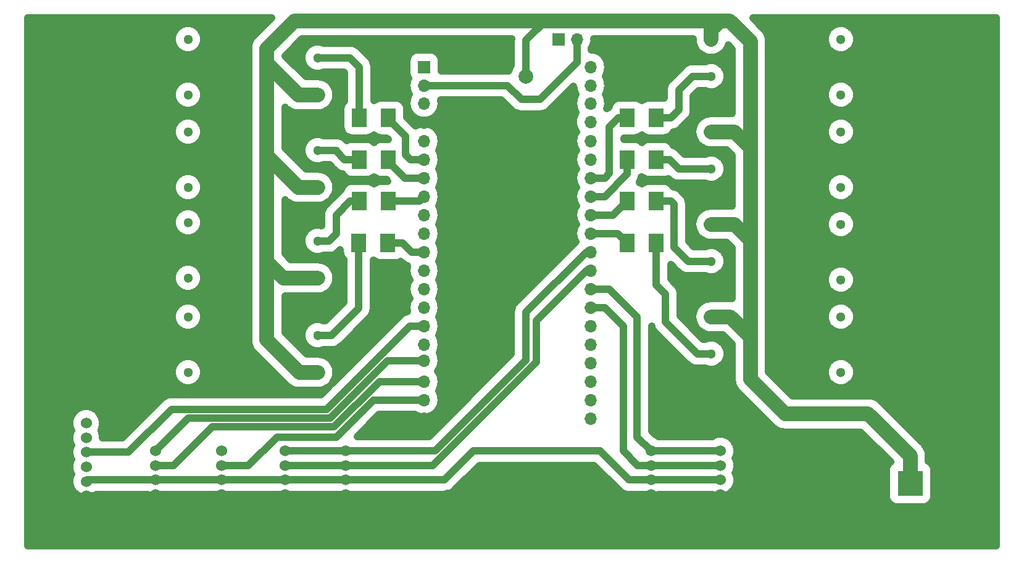
<source format=gbr>
G04 #@! TF.GenerationSoftware,KiCad,Pcbnew,(5.1.0)-1*
G04 #@! TF.CreationDate,2019-04-10T15:15:50-05:00*
G04 #@! TF.ProjectId,controlLED,636f6e74-726f-46c4-9c45-442e6b696361,rev?*
G04 #@! TF.SameCoordinates,Original*
G04 #@! TF.FileFunction,Copper,L2,Bot*
G04 #@! TF.FilePolarity,Positive*
%FSLAX46Y46*%
G04 Gerber Fmt 4.6, Leading zero omitted, Abs format (unit mm)*
G04 Created by KiCad (PCBNEW (5.1.0)-1) date 2019-04-10 15:15:50*
%MOMM*%
%LPD*%
G04 APERTURE LIST*
%ADD10R,3.500000X3.500000*%
%ADD11R,1.700000X1.700000*%
%ADD12O,1.700000X1.700000*%
%ADD13C,1.300000*%
%ADD14R,1.300000X1.300000*%
%ADD15C,1.524000*%
%ADD16R,2.000000X2.500000*%
%ADD17C,2.000000*%
%ADD18C,1.000000*%
%ADD19C,1.000000*%
%ADD20C,2.000000*%
G04 APERTURE END LIST*
D10*
X200660000Y-115570000D03*
X200660000Y-121570000D03*
X205360000Y-118570000D03*
D11*
X133985000Y-58420000D03*
D12*
X133985000Y-60960000D03*
X133985000Y-63420000D03*
X133985000Y-66040000D03*
X133985000Y-68580000D03*
X133985000Y-71120000D03*
X133985000Y-73660000D03*
X133985000Y-76200000D03*
X133985000Y-78740000D03*
X133985000Y-81280000D03*
X133985000Y-83820000D03*
X133985000Y-86360000D03*
X133985000Y-88900000D03*
X133985000Y-91440000D03*
X133985000Y-93980000D03*
X133985000Y-96520000D03*
X133985000Y-98740000D03*
X133985000Y-101600000D03*
X133985000Y-104140000D03*
X133985000Y-106680000D03*
X156845000Y-58420000D03*
X156845000Y-60960000D03*
X156845000Y-63420000D03*
X156805000Y-65960000D03*
X156845000Y-68580000D03*
X156845000Y-71120000D03*
X156845000Y-73660000D03*
X156845000Y-76200000D03*
X156845000Y-78740000D03*
X156845000Y-81280000D03*
X156845000Y-83820000D03*
X156845000Y-86360000D03*
X156845000Y-88900000D03*
X156845000Y-91440000D03*
X156845000Y-93980000D03*
X156845000Y-96520000D03*
X156845000Y-99060000D03*
X156845000Y-101600000D03*
X156845000Y-104140000D03*
X156845000Y-106680000D03*
D13*
X119380000Y-92710000D03*
D14*
X119380000Y-100330000D03*
D13*
X101600000Y-92710000D03*
X101600000Y-100330000D03*
X119380000Y-95250000D03*
X173355000Y-62230000D03*
D14*
X173355000Y-54610000D03*
D13*
X191135000Y-62230000D03*
X191135000Y-54610000D03*
X173355000Y-59690000D03*
D15*
X174625000Y-111125000D03*
X174625000Y-113125000D03*
X174625000Y-115125000D03*
X174625000Y-117125000D03*
X114935000Y-111125000D03*
X114935000Y-113125000D03*
X114935000Y-115125000D03*
X114935000Y-117125000D03*
X165100000Y-111125000D03*
X165100000Y-113125000D03*
X165100000Y-115125000D03*
X165100000Y-117125000D03*
X123190000Y-111125000D03*
X123190000Y-113125000D03*
X123190000Y-115125000D03*
X123190000Y-117125000D03*
X97155000Y-111125000D03*
X97155000Y-113125000D03*
X97155000Y-115125000D03*
X97155000Y-117125000D03*
X106235000Y-111125000D03*
X106235000Y-113125000D03*
X106235000Y-115125000D03*
X106235000Y-117125000D03*
X87630000Y-107315000D03*
X87630000Y-109315000D03*
X87630000Y-111315000D03*
X87630000Y-113315000D03*
X87630000Y-115315000D03*
X87630000Y-117315000D03*
D11*
X152400000Y-54610000D03*
D12*
X154940000Y-54610000D03*
D13*
X173355000Y-74930000D03*
D14*
X173355000Y-67310000D03*
D13*
X191135000Y-74930000D03*
X191135000Y-67310000D03*
X173355000Y-72390000D03*
X173355000Y-87630000D03*
D14*
X173355000Y-80010000D03*
D13*
X191135000Y-87630000D03*
X191135000Y-80010000D03*
X173355000Y-85090000D03*
X173355000Y-100330000D03*
D14*
X173355000Y-92710000D03*
D13*
X191135000Y-100330000D03*
X191135000Y-92710000D03*
X173355000Y-97790000D03*
X119380000Y-79756000D03*
D14*
X119380000Y-87376000D03*
D13*
X101600000Y-79756000D03*
X101600000Y-87376000D03*
X119380000Y-82296000D03*
X119380000Y-67310000D03*
D14*
X119380000Y-74930000D03*
D13*
X101600000Y-67310000D03*
X101600000Y-74930000D03*
X119380000Y-69850000D03*
X119380000Y-54610000D03*
D14*
X119380000Y-62230000D03*
D13*
X101600000Y-54610000D03*
X101600000Y-62230000D03*
X119380000Y-57150000D03*
D16*
X165830000Y-65405000D03*
X161830000Y-65405000D03*
X165830000Y-71120000D03*
X161830000Y-71120000D03*
X165830000Y-76835000D03*
X161830000Y-76835000D03*
X165830000Y-82550000D03*
X161830000Y-82550000D03*
X125000000Y-82550000D03*
X129000000Y-82550000D03*
X125095000Y-76835000D03*
X129095000Y-76835000D03*
X125095000Y-71120000D03*
X129095000Y-71120000D03*
X125095000Y-65405000D03*
X129095000Y-65405000D03*
D17*
X183515000Y-106045000D03*
X147955012Y-59690000D03*
X137160000Y-117475000D03*
D18*
X210820000Y-53340000D03*
X203200000Y-53340000D03*
X185420000Y-53340000D03*
X109220000Y-53340000D03*
X91440000Y-53340000D03*
X81280000Y-58420000D03*
X81280000Y-99060000D03*
X81280000Y-106680000D03*
X81280000Y-114300000D03*
X81280000Y-121920000D03*
X91440000Y-121920000D03*
X104140000Y-121920000D03*
X114300000Y-121920000D03*
X124460000Y-121920000D03*
X180975000Y-122555000D03*
X210820000Y-121920000D03*
X210820000Y-111760000D03*
X210820000Y-101600000D03*
X151130000Y-67310000D03*
X138430000Y-67310000D03*
X138430000Y-81280000D03*
X138430000Y-93980000D03*
X129540000Y-58420000D03*
X115570000Y-64770000D03*
X115570000Y-77470000D03*
X115570000Y-90170000D03*
X115570000Y-102870000D03*
X185420000Y-64770000D03*
X185420000Y-77470000D03*
X185420000Y-90170000D03*
X185420000Y-102870000D03*
X109220000Y-102870000D03*
X102870000Y-102870000D03*
X96520000Y-102870000D03*
X90170000Y-102870000D03*
X147320000Y-111125000D03*
D19*
X173355000Y-54610000D02*
X173355000Y-52070000D01*
D20*
X184929213Y-106045000D02*
X183515000Y-106045000D01*
X194885000Y-106045000D02*
X184929213Y-106045000D01*
X200660000Y-111820000D02*
X194885000Y-106045000D01*
X200660000Y-115570000D02*
X200660000Y-111820000D01*
X183515000Y-106045000D02*
X178752500Y-101282500D01*
X178752500Y-54927500D02*
X175895000Y-52070000D01*
D19*
X173355000Y-52070000D02*
X171450000Y-52070000D01*
D20*
X171450000Y-52070000D02*
X116205000Y-52070000D01*
X116205000Y-52070000D02*
X112395000Y-55880000D01*
X173355000Y-92710000D02*
X176005000Y-92710000D01*
X178752500Y-95457500D02*
X178752500Y-98107500D01*
X176005000Y-92710000D02*
X178752500Y-95457500D01*
X178752500Y-101282500D02*
X178752500Y-98107500D01*
X176530000Y-80010000D02*
X178752500Y-82232500D01*
X173355000Y-80010000D02*
X176530000Y-80010000D01*
X178752500Y-98107500D02*
X178752500Y-82232500D01*
X176530000Y-67310000D02*
X178752500Y-69532500D01*
X173355000Y-67310000D02*
X176530000Y-67310000D01*
X178752500Y-82232500D02*
X178752500Y-69532500D01*
X178752500Y-69532500D02*
X178752500Y-54927500D01*
X114681000Y-87376000D02*
X112395000Y-85090000D01*
X119380000Y-87376000D02*
X114681000Y-87376000D01*
X112395000Y-57895000D02*
X112395000Y-57785000D01*
X116730000Y-62230000D02*
X112395000Y-57895000D01*
X119380000Y-62230000D02*
X116730000Y-62230000D01*
X112395000Y-55880000D02*
X112395000Y-57785000D01*
X112395000Y-70595000D02*
X112395000Y-69215000D01*
X116730000Y-74930000D02*
X112395000Y-70595000D01*
X119380000Y-74930000D02*
X116730000Y-74930000D01*
X112395000Y-57785000D02*
X112395000Y-69215000D01*
X112395000Y-69215000D02*
X112395000Y-85090000D01*
X112395000Y-85090000D02*
X112395000Y-95885000D01*
X116840000Y-100330000D02*
X119380000Y-100330000D01*
X112395000Y-95885000D02*
X116840000Y-100330000D01*
D19*
X171450000Y-52070000D02*
X150622000Y-52070000D01*
X150622000Y-52070000D02*
X147955012Y-54736988D01*
X147955012Y-58275787D02*
X147955012Y-59690000D01*
X147955012Y-54736988D02*
X147955012Y-58275787D01*
D20*
X173355000Y-53340000D02*
X174625000Y-52070000D01*
X173355000Y-54610000D02*
X173355000Y-53340000D01*
X175895000Y-52070000D02*
X174625000Y-52070000D01*
X174625000Y-52070000D02*
X171450000Y-52070000D01*
D19*
X174625000Y-117125000D02*
X174625000Y-122555000D01*
X180975000Y-122555000D02*
X180975000Y-122555000D01*
X165100000Y-117125000D02*
X165100000Y-122555000D01*
X174625000Y-122555000D02*
X165100000Y-122555000D01*
X96965000Y-117315000D02*
X97155000Y-117125000D01*
X87630000Y-117315000D02*
X96965000Y-117315000D01*
X97155000Y-117125000D02*
X106235000Y-117125000D01*
X106235000Y-117125000D02*
X123190000Y-117125000D01*
X123190000Y-117125000D02*
X136175000Y-117125000D01*
X136175000Y-117125000D02*
X137160000Y-118110000D01*
X165100000Y-117125000D02*
X123190000Y-117125000D01*
X180975000Y-122555000D02*
X174625000Y-122555000D01*
X123190000Y-115125000D02*
X114935000Y-115125000D01*
X114935000Y-115125000D02*
X106235000Y-115125000D01*
X106235000Y-115125000D02*
X97155000Y-115125000D01*
X87820000Y-115125000D02*
X87630000Y-115315000D01*
X97155000Y-115125000D02*
X87820000Y-115125000D01*
X174625000Y-115125000D02*
X165100000Y-115125000D01*
X164022370Y-115125000D02*
X165100000Y-115125000D01*
X158115000Y-111125000D02*
X162115000Y-115125000D01*
X123190000Y-115125000D02*
X136762070Y-115125000D01*
X162115000Y-115125000D02*
X164022370Y-115125000D01*
X140762070Y-111125000D02*
X158115000Y-111125000D01*
X136762070Y-115125000D02*
X140762070Y-111125000D01*
X165100000Y-111125000D02*
X174625000Y-111125000D01*
X163195000Y-109220000D02*
X165100000Y-111125000D01*
X163195000Y-92710000D02*
X163195000Y-109220000D01*
X156845000Y-88900000D02*
X159385000Y-88900000D01*
X159385000Y-88900000D02*
X163195000Y-92710000D01*
X165100000Y-113125000D02*
X174625000Y-113125000D01*
X163290000Y-113125000D02*
X165100000Y-113125000D01*
X161290000Y-111125000D02*
X163290000Y-113125000D01*
X161290000Y-93980000D02*
X161290000Y-111125000D01*
X156845000Y-91440000D02*
X158750000Y-91440000D01*
X158750000Y-91440000D02*
X161290000Y-93980000D01*
X145415000Y-60960000D02*
X133985000Y-60960000D01*
X147320000Y-62865000D02*
X145415000Y-60960000D01*
X149860000Y-62865000D02*
X147320000Y-62865000D01*
X154940000Y-54610000D02*
X154940000Y-57785000D01*
X154940000Y-57785000D02*
X149860000Y-62865000D01*
X129095000Y-65595000D02*
X129095000Y-65405000D01*
X131445000Y-67945000D02*
X129095000Y-65595000D01*
X131445000Y-70485000D02*
X131445000Y-67945000D01*
X133985000Y-71120000D02*
X132080000Y-71120000D01*
X132080000Y-71120000D02*
X131445000Y-70485000D01*
X131385000Y-73660000D02*
X133985000Y-73660000D01*
X129095000Y-71370000D02*
X131385000Y-73660000D01*
X129095000Y-71120000D02*
X129095000Y-71370000D01*
X114935000Y-111125000D02*
X123190000Y-111125000D01*
X156210000Y-83820000D02*
X156845000Y-83820000D01*
X147955000Y-92075000D02*
X156210000Y-83820000D01*
X147955000Y-98632930D02*
X147955000Y-92075000D01*
X123190000Y-111125000D02*
X135462930Y-111125000D01*
X135462930Y-111125000D02*
X147955000Y-98632930D01*
X114935000Y-113125000D02*
X123190000Y-113125000D01*
X156210000Y-86360000D02*
X156845000Y-86360000D01*
X149352000Y-93218000D02*
X156210000Y-86360000D01*
X149352000Y-98933000D02*
X149352000Y-93218000D01*
X123190000Y-113125000D02*
X135160000Y-113125000D01*
X135160000Y-113125000D02*
X149352000Y-98933000D01*
X87535000Y-109220000D02*
X87630000Y-109315000D01*
X133985000Y-93980000D02*
X132068788Y-93980000D01*
X132068788Y-93980000D02*
X120638788Y-105410000D01*
X120638788Y-105410000D02*
X99314000Y-105410000D01*
X99314000Y-105410000D02*
X93409000Y-111315000D01*
X88707630Y-111315000D02*
X87630000Y-111315000D01*
X93409000Y-111315000D02*
X88707630Y-111315000D01*
X132782919Y-98740000D02*
X133985000Y-98740000D01*
X129005858Y-98740000D02*
X132782919Y-98740000D01*
X121135847Y-106610011D02*
X129005858Y-98740000D01*
X101669989Y-106610011D02*
X121135847Y-106610011D01*
X97155000Y-111125000D02*
X101669989Y-106610011D01*
X133985000Y-101600000D02*
X127842930Y-101600000D01*
X98232630Y-113125000D02*
X97155000Y-113125000D01*
X99600000Y-113125000D02*
X98232630Y-113125000D01*
X104914978Y-107810022D02*
X99600000Y-113125000D01*
X121632908Y-107810022D02*
X104914978Y-107810022D01*
X127842930Y-101600000D02*
X121632908Y-107810022D01*
X109887000Y-113125000D02*
X106235000Y-113125000D01*
X113792000Y-109220000D02*
X109887000Y-113125000D01*
X121920000Y-109220000D02*
X113792000Y-109220000D01*
X127000000Y-104140000D02*
X121920000Y-109220000D01*
X133985000Y-104140000D02*
X127000000Y-104140000D01*
X158750000Y-73660000D02*
X156845000Y-73660000D01*
X159385000Y-73025000D02*
X158750000Y-73660000D01*
X159385000Y-66675000D02*
X159385000Y-73025000D01*
X161830000Y-65405000D02*
X160655000Y-65405000D01*
X160655000Y-65405000D02*
X159385000Y-66675000D01*
X161830000Y-73120000D02*
X161830000Y-71120000D01*
X156845000Y-76200000D02*
X158750000Y-76200000D01*
X158750000Y-76200000D02*
X161830000Y-73120000D01*
X159925000Y-78740000D02*
X161830000Y-76835000D01*
X156845000Y-78740000D02*
X159925000Y-78740000D01*
X160560000Y-81280000D02*
X161830000Y-82550000D01*
X156845000Y-81280000D02*
X160560000Y-81280000D01*
X173355000Y-59690000D02*
X172910000Y-59690000D01*
X167830000Y-65405000D02*
X165830000Y-65405000D01*
X168910000Y-64325000D02*
X167830000Y-65405000D01*
X168910000Y-61595000D02*
X168910000Y-64325000D01*
X170815000Y-59690000D02*
X168910000Y-61595000D01*
X173355000Y-59690000D02*
X170815000Y-59690000D01*
X167640000Y-71120000D02*
X165830000Y-71120000D01*
X173355000Y-72390000D02*
X168910000Y-72390000D01*
X168910000Y-72390000D02*
X167640000Y-71120000D01*
X167830000Y-76835000D02*
X168275000Y-77280000D01*
X165830000Y-76835000D02*
X167830000Y-76835000D01*
X168275000Y-77280000D02*
X168275000Y-83185000D01*
X170180000Y-85090000D02*
X173355000Y-85090000D01*
X168275000Y-83185000D02*
X170180000Y-85090000D01*
X171450000Y-97790000D02*
X173355000Y-97790000D01*
X167100000Y-93440000D02*
X171450000Y-97790000D01*
X167100000Y-89630000D02*
X167100000Y-93440000D01*
X165830000Y-82550000D02*
X165830000Y-88360000D01*
X165830000Y-88360000D02*
X167100000Y-89630000D01*
X125000000Y-91535000D02*
X125000000Y-82550000D01*
X119380000Y-95250000D02*
X121285000Y-95250000D01*
X121285000Y-95250000D02*
X125000000Y-91535000D01*
X120904000Y-82296000D02*
X119380000Y-82296000D01*
X121920000Y-81280000D02*
X120904000Y-82296000D01*
X121920000Y-78740000D02*
X121920000Y-81280000D01*
X125095000Y-76835000D02*
X123825000Y-76835000D01*
X123825000Y-76835000D02*
X121920000Y-78740000D01*
X119380000Y-69850000D02*
X121920000Y-69850000D01*
X123095000Y-71120000D02*
X125095000Y-71120000D01*
X121920000Y-69945000D02*
X123095000Y-71120000D01*
X121920000Y-69850000D02*
X121920000Y-69945000D01*
X125095000Y-58420000D02*
X125095000Y-65405000D01*
X119380000Y-57150000D02*
X123825000Y-57150000D01*
X123825000Y-57150000D02*
X125095000Y-58420000D01*
X133350000Y-76835000D02*
X133985000Y-76200000D01*
X129095000Y-76835000D02*
X133350000Y-76835000D01*
X132270000Y-83820000D02*
X133985000Y-83820000D01*
X129000000Y-82550000D02*
X131000000Y-82550000D01*
X131000000Y-82550000D02*
X132270000Y-83820000D01*
G36*
X110714078Y-54025389D02*
G01*
X110618680Y-54103680D01*
X110306269Y-54484355D01*
X110074126Y-54918663D01*
X109931173Y-55389915D01*
X109895000Y-55757188D01*
X109895000Y-55757197D01*
X109882905Y-55880000D01*
X109895000Y-56002803D01*
X109895000Y-57772197D01*
X109882905Y-57895000D01*
X109895000Y-58017803D01*
X109895001Y-69092178D01*
X109895000Y-69092188D01*
X109895000Y-70472196D01*
X109882905Y-70595000D01*
X109895000Y-70717804D01*
X109895001Y-84967178D01*
X109895000Y-84967188D01*
X109895000Y-84967197D01*
X109882905Y-85090000D01*
X109895000Y-85212803D01*
X109895001Y-95762187D01*
X109882905Y-95885000D01*
X109895001Y-96007813D01*
X109931174Y-96375086D01*
X109974538Y-96518038D01*
X110074126Y-96846337D01*
X110306269Y-97280645D01*
X110524231Y-97546232D01*
X110618681Y-97661320D01*
X110714074Y-97739607D01*
X114985393Y-102010927D01*
X115063680Y-102106320D01*
X115444354Y-102418731D01*
X115878662Y-102650874D01*
X116349914Y-102793827D01*
X116717187Y-102830000D01*
X116717196Y-102830000D01*
X116839999Y-102842095D01*
X116962802Y-102830000D01*
X119502813Y-102830000D01*
X119870086Y-102793827D01*
X120341338Y-102650874D01*
X120775646Y-102418731D01*
X120920553Y-102299809D01*
X119810362Y-103410000D01*
X99412242Y-103410000D01*
X99313999Y-103400324D01*
X99215756Y-103410000D01*
X99215747Y-103410000D01*
X98921931Y-103438938D01*
X98544930Y-103553301D01*
X98197483Y-103739015D01*
X98087192Y-103829529D01*
X97892944Y-103988944D01*
X97830313Y-104065260D01*
X92580574Y-109315000D01*
X89892000Y-109315000D01*
X89892000Y-109092212D01*
X89805073Y-108655199D01*
X89664158Y-108315000D01*
X89805073Y-107974801D01*
X89892000Y-107537788D01*
X89892000Y-107092212D01*
X89805073Y-106655199D01*
X89634559Y-106243541D01*
X89387010Y-105873059D01*
X89071941Y-105557990D01*
X88701459Y-105310441D01*
X88289801Y-105139927D01*
X87852788Y-105053000D01*
X87407212Y-105053000D01*
X86970199Y-105139927D01*
X86558541Y-105310441D01*
X86188059Y-105557990D01*
X85872990Y-105873059D01*
X85625441Y-106243541D01*
X85454927Y-106655199D01*
X85368000Y-107092212D01*
X85368000Y-107537788D01*
X85454927Y-107974801D01*
X85595842Y-108315000D01*
X85454927Y-108655199D01*
X85368000Y-109092212D01*
X85368000Y-109537788D01*
X85454927Y-109974801D01*
X85595842Y-110315000D01*
X85454927Y-110655199D01*
X85368000Y-111092212D01*
X85368000Y-111537788D01*
X85454927Y-111974801D01*
X85595842Y-112315000D01*
X85454927Y-112655199D01*
X85368000Y-113092212D01*
X85368000Y-113537788D01*
X85454927Y-113974801D01*
X85595842Y-114315000D01*
X85454927Y-114655199D01*
X85368000Y-115092212D01*
X85368000Y-115537788D01*
X85454927Y-115974801D01*
X85625441Y-116386459D01*
X85872990Y-116756941D01*
X86188059Y-117072010D01*
X86558541Y-117319559D01*
X86970199Y-117490073D01*
X87407212Y-117577000D01*
X87852788Y-117577000D01*
X88289801Y-117490073D01*
X88701459Y-117319559D01*
X88992636Y-117125000D01*
X96076718Y-117125000D01*
X96083541Y-117129559D01*
X96495199Y-117300073D01*
X96932212Y-117387000D01*
X97377788Y-117387000D01*
X97814801Y-117300073D01*
X98226459Y-117129559D01*
X98233282Y-117125000D01*
X105156718Y-117125000D01*
X105163541Y-117129559D01*
X105575199Y-117300073D01*
X106012212Y-117387000D01*
X106457788Y-117387000D01*
X106894801Y-117300073D01*
X107306459Y-117129559D01*
X107313282Y-117125000D01*
X113856718Y-117125000D01*
X113863541Y-117129559D01*
X114275199Y-117300073D01*
X114712212Y-117387000D01*
X115157788Y-117387000D01*
X115594801Y-117300073D01*
X116006459Y-117129559D01*
X116013282Y-117125000D01*
X122111718Y-117125000D01*
X122118541Y-117129559D01*
X122530199Y-117300073D01*
X122967212Y-117387000D01*
X123412788Y-117387000D01*
X123849801Y-117300073D01*
X124261459Y-117129559D01*
X124268282Y-117125000D01*
X136663827Y-117125000D01*
X136762070Y-117134676D01*
X136860313Y-117125000D01*
X136860323Y-117125000D01*
X137154139Y-117096062D01*
X137531140Y-116981699D01*
X137878587Y-116795985D01*
X138183126Y-116546056D01*
X138245761Y-116469735D01*
X141590497Y-113125000D01*
X157286574Y-113125000D01*
X160631313Y-116469740D01*
X160693944Y-116546056D01*
X160998483Y-116795985D01*
X161345930Y-116981699D01*
X161722931Y-117096062D01*
X162016747Y-117125000D01*
X162016756Y-117125000D01*
X162114999Y-117134676D01*
X162213242Y-117125000D01*
X164021718Y-117125000D01*
X164028541Y-117129559D01*
X164440199Y-117300073D01*
X164877212Y-117387000D01*
X165322788Y-117387000D01*
X165759801Y-117300073D01*
X166171459Y-117129559D01*
X166178282Y-117125000D01*
X173546718Y-117125000D01*
X173553541Y-117129559D01*
X173965199Y-117300073D01*
X174402212Y-117387000D01*
X174847788Y-117387000D01*
X175284801Y-117300073D01*
X175696459Y-117129559D01*
X176066941Y-116882010D01*
X176382010Y-116566941D01*
X176629559Y-116196459D01*
X176800073Y-115784801D01*
X176887000Y-115347788D01*
X176887000Y-114902212D01*
X176800073Y-114465199D01*
X176659158Y-114125000D01*
X176800073Y-113784801D01*
X176887000Y-113347788D01*
X176887000Y-112902212D01*
X176800073Y-112465199D01*
X176659158Y-112125000D01*
X176800073Y-111784801D01*
X176887000Y-111347788D01*
X176887000Y-110902212D01*
X176800073Y-110465199D01*
X176629559Y-110053541D01*
X176382010Y-109683059D01*
X176066941Y-109367990D01*
X175696459Y-109120441D01*
X175284801Y-108949927D01*
X174847788Y-108863000D01*
X174402212Y-108863000D01*
X173965199Y-108949927D01*
X173553541Y-109120441D01*
X173546718Y-109125000D01*
X166178282Y-109125000D01*
X166171459Y-109120441D01*
X165759801Y-108949927D01*
X165751753Y-108948326D01*
X165195000Y-108391573D01*
X165195000Y-94049842D01*
X165243301Y-94209069D01*
X165429015Y-94556516D01*
X165587040Y-94749069D01*
X165678945Y-94861056D01*
X165755261Y-94923687D01*
X169966313Y-99134740D01*
X170028944Y-99211056D01*
X170105260Y-99273687D01*
X170105261Y-99273688D01*
X170293159Y-99427892D01*
X170333483Y-99460985D01*
X170680930Y-99646699D01*
X171057931Y-99761062D01*
X171351747Y-99790000D01*
X171351757Y-99790000D01*
X171450000Y-99799676D01*
X171548243Y-99790000D01*
X172565206Y-99790000D01*
X172727868Y-99857377D01*
X173143243Y-99940000D01*
X173566757Y-99940000D01*
X173982132Y-99857377D01*
X174373407Y-99695305D01*
X174725545Y-99460014D01*
X175025014Y-99160545D01*
X175260305Y-98808407D01*
X175422377Y-98417132D01*
X175505000Y-98001757D01*
X175505000Y-97578243D01*
X175422377Y-97162868D01*
X175260305Y-96771593D01*
X175025014Y-96419455D01*
X174725545Y-96119986D01*
X174373407Y-95884695D01*
X173982132Y-95722623D01*
X173566757Y-95640000D01*
X173143243Y-95640000D01*
X172727868Y-95722623D01*
X172565206Y-95790000D01*
X172278427Y-95790000D01*
X169100000Y-92611574D01*
X169100000Y-89728242D01*
X169109676Y-89629999D01*
X169100000Y-89531756D01*
X169100000Y-89531747D01*
X169071062Y-89237931D01*
X168956699Y-88860930D01*
X168770985Y-88513483D01*
X168521056Y-88208944D01*
X168444734Y-88146308D01*
X167830000Y-87531574D01*
X167830000Y-85568427D01*
X168696317Y-86434745D01*
X168758944Y-86511056D01*
X168835254Y-86573682D01*
X168835261Y-86573689D01*
X169063483Y-86760986D01*
X169323562Y-86900000D01*
X169410930Y-86946699D01*
X169787931Y-87061062D01*
X170081747Y-87090000D01*
X170081757Y-87090000D01*
X170180000Y-87099676D01*
X170278243Y-87090000D01*
X172565206Y-87090000D01*
X172727868Y-87157377D01*
X173143243Y-87240000D01*
X173566757Y-87240000D01*
X173982132Y-87157377D01*
X174373407Y-86995305D01*
X174725545Y-86760014D01*
X175025014Y-86460545D01*
X175260305Y-86108407D01*
X175422377Y-85717132D01*
X175505000Y-85301757D01*
X175505000Y-84878243D01*
X175422377Y-84462868D01*
X175260305Y-84071593D01*
X175025014Y-83719455D01*
X174725545Y-83419986D01*
X174373407Y-83184695D01*
X173982132Y-83022623D01*
X173566757Y-82940000D01*
X173143243Y-82940000D01*
X172727868Y-83022623D01*
X172565206Y-83090000D01*
X171008427Y-83090000D01*
X170275000Y-82356573D01*
X170275000Y-77378242D01*
X170284676Y-77279999D01*
X170275000Y-77181756D01*
X170275000Y-77181747D01*
X170246062Y-76887931D01*
X170131699Y-76510930D01*
X169945985Y-76163483D01*
X169696056Y-75858944D01*
X169619734Y-75796308D01*
X169313692Y-75490266D01*
X169251056Y-75413944D01*
X168946517Y-75164015D01*
X168599070Y-74978301D01*
X168222069Y-74863938D01*
X168141156Y-74855969D01*
X168083238Y-74747613D01*
X167895792Y-74519208D01*
X167667387Y-74331762D01*
X167406802Y-74192476D01*
X167124051Y-74106705D01*
X166830000Y-74077743D01*
X164830000Y-74077743D01*
X164535949Y-74106705D01*
X164253198Y-74192476D01*
X163992613Y-74331762D01*
X163830000Y-74465214D01*
X163667387Y-74331762D01*
X163497391Y-74240897D01*
X163500986Y-74236517D01*
X163686699Y-73889070D01*
X163715517Y-73794069D01*
X163800470Y-73514020D01*
X163830000Y-73489786D01*
X163992613Y-73623238D01*
X164253198Y-73762524D01*
X164535949Y-73848295D01*
X164830000Y-73877257D01*
X166830000Y-73877257D01*
X167124051Y-73848295D01*
X167406802Y-73762524D01*
X167436213Y-73746803D01*
X167488944Y-73811056D01*
X167793483Y-74060985D01*
X168140930Y-74246699D01*
X168517931Y-74361062D01*
X168811747Y-74390000D01*
X168811756Y-74390000D01*
X168909999Y-74399676D01*
X169008242Y-74390000D01*
X172565206Y-74390000D01*
X172727868Y-74457377D01*
X173143243Y-74540000D01*
X173566757Y-74540000D01*
X173982132Y-74457377D01*
X174373407Y-74295305D01*
X174725545Y-74060014D01*
X175025014Y-73760545D01*
X175260305Y-73408407D01*
X175422377Y-73017132D01*
X175505000Y-72601757D01*
X175505000Y-72178243D01*
X175422377Y-71762868D01*
X175260305Y-71371593D01*
X175025014Y-71019455D01*
X174725545Y-70719986D01*
X174373407Y-70484695D01*
X173982132Y-70322623D01*
X173566757Y-70240000D01*
X173143243Y-70240000D01*
X172727868Y-70322623D01*
X172565206Y-70390000D01*
X169738426Y-70390000D01*
X169123689Y-69775263D01*
X169061056Y-69698944D01*
X168756517Y-69449015D01*
X168409070Y-69263301D01*
X168167350Y-69189975D01*
X168083238Y-69032613D01*
X167895792Y-68804208D01*
X167667387Y-68616762D01*
X167406802Y-68477476D01*
X167124051Y-68391705D01*
X166830000Y-68362743D01*
X164830000Y-68362743D01*
X164535949Y-68391705D01*
X164253198Y-68477476D01*
X163992613Y-68616762D01*
X163830000Y-68750214D01*
X163667387Y-68616762D01*
X163406802Y-68477476D01*
X163124051Y-68391705D01*
X162830000Y-68362743D01*
X161385000Y-68362743D01*
X161385000Y-68162257D01*
X162830000Y-68162257D01*
X163124051Y-68133295D01*
X163406802Y-68047524D01*
X163667387Y-67908238D01*
X163830000Y-67774786D01*
X163992613Y-67908238D01*
X164253198Y-68047524D01*
X164535949Y-68133295D01*
X164830000Y-68162257D01*
X166830000Y-68162257D01*
X167124051Y-68133295D01*
X167406802Y-68047524D01*
X167667387Y-67908238D01*
X167895792Y-67720792D01*
X168083238Y-67492387D01*
X168141156Y-67384031D01*
X168222069Y-67376062D01*
X168599070Y-67261699D01*
X168946517Y-67075985D01*
X169251056Y-66826056D01*
X169313692Y-66749734D01*
X170254734Y-65808692D01*
X170331056Y-65746056D01*
X170580985Y-65441517D01*
X170600504Y-65405001D01*
X170766699Y-65094070D01*
X170794017Y-65004015D01*
X170881062Y-64717069D01*
X170910000Y-64423253D01*
X170910000Y-64423243D01*
X170919676Y-64325000D01*
X170910000Y-64226757D01*
X170910000Y-62423427D01*
X171643427Y-61690000D01*
X172565206Y-61690000D01*
X172727868Y-61757377D01*
X173143243Y-61840000D01*
X173566757Y-61840000D01*
X173982132Y-61757377D01*
X174373407Y-61595305D01*
X174725545Y-61360014D01*
X175025014Y-61060545D01*
X175260305Y-60708407D01*
X175422377Y-60317132D01*
X175505000Y-59901757D01*
X175505000Y-59478243D01*
X175422377Y-59062868D01*
X175260305Y-58671593D01*
X175025014Y-58319455D01*
X174725545Y-58019986D01*
X174373407Y-57784695D01*
X173982132Y-57622623D01*
X173566757Y-57540000D01*
X173143243Y-57540000D01*
X172727868Y-57622623D01*
X172565206Y-57690000D01*
X170913243Y-57690000D01*
X170815000Y-57680324D01*
X170716757Y-57690000D01*
X170716747Y-57690000D01*
X170422931Y-57718938D01*
X170045930Y-57833301D01*
X169698483Y-58019014D01*
X169470261Y-58206311D01*
X169470254Y-58206318D01*
X169393944Y-58268944D01*
X169331317Y-58345255D01*
X167565265Y-60111309D01*
X167488944Y-60173944D01*
X167239015Y-60478483D01*
X167053301Y-60825931D01*
X166938938Y-61202932D01*
X166910000Y-61496748D01*
X166910000Y-61496757D01*
X166900324Y-61595000D01*
X166910000Y-61693244D01*
X166910000Y-62655622D01*
X166830000Y-62647743D01*
X164830000Y-62647743D01*
X164535949Y-62676705D01*
X164253198Y-62762476D01*
X163992613Y-62901762D01*
X163830000Y-63035214D01*
X163667387Y-62901762D01*
X163406802Y-62762476D01*
X163124051Y-62676705D01*
X162830000Y-62647743D01*
X160830000Y-62647743D01*
X160535949Y-62676705D01*
X160253198Y-62762476D01*
X159992613Y-62901762D01*
X159764208Y-63089208D01*
X159576762Y-63317613D01*
X159437476Y-63578198D01*
X159351705Y-63860949D01*
X159348881Y-63889617D01*
X159233944Y-63983944D01*
X159171308Y-64060266D01*
X159078309Y-64153265D01*
X159160997Y-63880680D01*
X159206370Y-63420000D01*
X159160997Y-62959320D01*
X159026621Y-62516343D01*
X158852187Y-62190000D01*
X159026621Y-61863657D01*
X159160997Y-61420680D01*
X159206370Y-60960000D01*
X159160997Y-60499320D01*
X159026621Y-60056343D01*
X158830807Y-59690000D01*
X159026621Y-59323657D01*
X159160997Y-58880680D01*
X159206370Y-58420000D01*
X159160997Y-57959320D01*
X159026621Y-57516343D01*
X158808407Y-57108093D01*
X158514741Y-56750259D01*
X158156907Y-56456593D01*
X157748657Y-56238379D01*
X157305680Y-56104003D01*
X156960442Y-56070000D01*
X156940000Y-56070000D01*
X156940000Y-55853446D01*
X157121621Y-55513657D01*
X157255997Y-55070680D01*
X157301370Y-54610000D01*
X157297430Y-54570000D01*
X170855000Y-54570000D01*
X170855000Y-54732812D01*
X170891173Y-55100085D01*
X171034126Y-55571337D01*
X171266269Y-56005645D01*
X171578680Y-56386320D01*
X171959354Y-56698731D01*
X172393662Y-56930874D01*
X172864914Y-57073827D01*
X173355000Y-57122096D01*
X173845085Y-57073827D01*
X174316337Y-56930874D01*
X174750645Y-56698731D01*
X175131320Y-56386320D01*
X175443731Y-56005646D01*
X175675874Y-55571338D01*
X175718916Y-55429449D01*
X176252501Y-55963035D01*
X176252500Y-64810000D01*
X173232187Y-64810000D01*
X172864914Y-64846173D01*
X172393662Y-64989126D01*
X171959354Y-65221269D01*
X171578680Y-65533680D01*
X171266269Y-65914354D01*
X171034126Y-66348662D01*
X170891173Y-66819914D01*
X170842904Y-67310000D01*
X170891173Y-67800086D01*
X171034126Y-68271338D01*
X171266269Y-68705646D01*
X171578680Y-69086320D01*
X171959354Y-69398731D01*
X172393662Y-69630874D01*
X172864914Y-69773827D01*
X173232187Y-69810000D01*
X175494467Y-69810000D01*
X176252501Y-70568035D01*
X176252500Y-77510000D01*
X173232187Y-77510000D01*
X172864914Y-77546173D01*
X172393662Y-77689126D01*
X171959354Y-77921269D01*
X171578680Y-78233680D01*
X171266269Y-78614354D01*
X171034126Y-79048662D01*
X170891173Y-79519914D01*
X170842904Y-80010000D01*
X170891173Y-80500086D01*
X171034126Y-80971338D01*
X171266269Y-81405646D01*
X171578680Y-81786320D01*
X171959354Y-82098731D01*
X172393662Y-82330874D01*
X172864914Y-82473827D01*
X173232187Y-82510000D01*
X175494467Y-82510000D01*
X176252501Y-83268035D01*
X176252500Y-90222281D01*
X176127813Y-90210000D01*
X176127803Y-90210000D01*
X176005000Y-90197905D01*
X175882197Y-90210000D01*
X173232187Y-90210000D01*
X172864914Y-90246173D01*
X172393662Y-90389126D01*
X171959354Y-90621269D01*
X171578680Y-90933680D01*
X171266269Y-91314354D01*
X171034126Y-91748662D01*
X170891173Y-92219914D01*
X170842904Y-92710000D01*
X170891173Y-93200086D01*
X171034126Y-93671338D01*
X171266269Y-94105646D01*
X171578680Y-94486320D01*
X171959354Y-94798731D01*
X172393662Y-95030874D01*
X172864914Y-95173827D01*
X173232187Y-95210000D01*
X174969467Y-95210000D01*
X176252500Y-96493034D01*
X176252500Y-101159697D01*
X176240405Y-101282500D01*
X176252500Y-101405303D01*
X176252500Y-101405312D01*
X176288673Y-101772585D01*
X176431626Y-102243837D01*
X176663769Y-102678145D01*
X176976180Y-103058820D01*
X177071578Y-103137111D01*
X181660391Y-107725925D01*
X181738680Y-107821320D01*
X181834073Y-107899607D01*
X181834074Y-107899608D01*
X181834080Y-107899613D01*
X181921343Y-107986876D01*
X182023956Y-108055440D01*
X182070575Y-108093699D01*
X182119354Y-108133731D01*
X182228191Y-108191906D01*
X182330806Y-108260471D01*
X182444824Y-108307699D01*
X182553662Y-108365874D01*
X182671760Y-108401699D01*
X182785777Y-108448926D01*
X182906815Y-108473002D01*
X183024914Y-108508827D01*
X183147731Y-108520923D01*
X183268772Y-108545000D01*
X183392196Y-108545000D01*
X183514999Y-108557095D01*
X183637802Y-108545000D01*
X193849467Y-108545000D01*
X197962003Y-112657537D01*
X197844208Y-112754208D01*
X197656762Y-112982613D01*
X197517476Y-113243198D01*
X197431705Y-113525949D01*
X197402743Y-113820000D01*
X197402743Y-117320000D01*
X197431705Y-117614051D01*
X197517476Y-117896802D01*
X197656762Y-118157387D01*
X197844208Y-118385792D01*
X198072613Y-118573238D01*
X198333198Y-118712524D01*
X198615949Y-118798295D01*
X198910000Y-118827257D01*
X202410000Y-118827257D01*
X202704051Y-118798295D01*
X202986802Y-118712524D01*
X203247387Y-118573238D01*
X203475792Y-118385792D01*
X203663238Y-118157387D01*
X203802524Y-117896802D01*
X203888295Y-117614051D01*
X203917257Y-117320000D01*
X203917257Y-113820000D01*
X203888295Y-113525949D01*
X203802524Y-113243198D01*
X203663238Y-112982613D01*
X203475792Y-112754208D01*
X203247387Y-112566762D01*
X203160000Y-112520053D01*
X203160000Y-111942802D01*
X203172095Y-111819999D01*
X203160000Y-111697196D01*
X203160000Y-111697187D01*
X203123827Y-111329914D01*
X202980874Y-110858662D01*
X202748731Y-110424354D01*
X202436320Y-110043680D01*
X202340927Y-109965393D01*
X196739611Y-104364078D01*
X196661320Y-104268680D01*
X196280646Y-103956269D01*
X195846338Y-103724126D01*
X195375086Y-103581173D01*
X195007813Y-103545000D01*
X195007803Y-103545000D01*
X194885000Y-103532905D01*
X194762197Y-103545000D01*
X184550534Y-103545000D01*
X181252500Y-100246967D01*
X181252500Y-100118243D01*
X188985000Y-100118243D01*
X188985000Y-100541757D01*
X189067623Y-100957132D01*
X189229695Y-101348407D01*
X189464986Y-101700545D01*
X189764455Y-102000014D01*
X190116593Y-102235305D01*
X190507868Y-102397377D01*
X190923243Y-102480000D01*
X191346757Y-102480000D01*
X191762132Y-102397377D01*
X192153407Y-102235305D01*
X192505545Y-102000014D01*
X192805014Y-101700545D01*
X193040305Y-101348407D01*
X193202377Y-100957132D01*
X193285000Y-100541757D01*
X193285000Y-100118243D01*
X193202377Y-99702868D01*
X193040305Y-99311593D01*
X192805014Y-98959455D01*
X192505545Y-98659986D01*
X192153407Y-98424695D01*
X191762132Y-98262623D01*
X191346757Y-98180000D01*
X190923243Y-98180000D01*
X190507868Y-98262623D01*
X190116593Y-98424695D01*
X189764455Y-98659986D01*
X189464986Y-98959455D01*
X189229695Y-99311593D01*
X189067623Y-99702868D01*
X188985000Y-100118243D01*
X181252500Y-100118243D01*
X181252500Y-95580311D01*
X181264596Y-95457500D01*
X181252500Y-95334687D01*
X181252500Y-92498243D01*
X188985000Y-92498243D01*
X188985000Y-92921757D01*
X189067623Y-93337132D01*
X189229695Y-93728407D01*
X189464986Y-94080545D01*
X189764455Y-94380014D01*
X190116593Y-94615305D01*
X190507868Y-94777377D01*
X190923243Y-94860000D01*
X191346757Y-94860000D01*
X191762132Y-94777377D01*
X192153407Y-94615305D01*
X192505545Y-94380014D01*
X192805014Y-94080545D01*
X193040305Y-93728407D01*
X193202377Y-93337132D01*
X193285000Y-92921757D01*
X193285000Y-92498243D01*
X193202377Y-92082868D01*
X193040305Y-91691593D01*
X192805014Y-91339455D01*
X192505545Y-91039986D01*
X192153407Y-90804695D01*
X191762132Y-90642623D01*
X191346757Y-90560000D01*
X190923243Y-90560000D01*
X190507868Y-90642623D01*
X190116593Y-90804695D01*
X189764455Y-91039986D01*
X189464986Y-91339455D01*
X189229695Y-91691593D01*
X189067623Y-92082868D01*
X188985000Y-92498243D01*
X181252500Y-92498243D01*
X181252500Y-87418243D01*
X188985000Y-87418243D01*
X188985000Y-87841757D01*
X189067623Y-88257132D01*
X189229695Y-88648407D01*
X189464986Y-89000545D01*
X189764455Y-89300014D01*
X190116593Y-89535305D01*
X190507868Y-89697377D01*
X190923243Y-89780000D01*
X191346757Y-89780000D01*
X191762132Y-89697377D01*
X192153407Y-89535305D01*
X192505545Y-89300014D01*
X192805014Y-89000545D01*
X193040305Y-88648407D01*
X193202377Y-88257132D01*
X193285000Y-87841757D01*
X193285000Y-87418243D01*
X193202377Y-87002868D01*
X193040305Y-86611593D01*
X192805014Y-86259455D01*
X192505545Y-85959986D01*
X192153407Y-85724695D01*
X191762132Y-85562623D01*
X191346757Y-85480000D01*
X190923243Y-85480000D01*
X190507868Y-85562623D01*
X190116593Y-85724695D01*
X189764455Y-85959986D01*
X189464986Y-86259455D01*
X189229695Y-86611593D01*
X189067623Y-87002868D01*
X188985000Y-87418243D01*
X181252500Y-87418243D01*
X181252500Y-82355311D01*
X181264596Y-82232500D01*
X181252500Y-82109687D01*
X181252500Y-79798243D01*
X188985000Y-79798243D01*
X188985000Y-80221757D01*
X189067623Y-80637132D01*
X189229695Y-81028407D01*
X189464986Y-81380545D01*
X189764455Y-81680014D01*
X190116593Y-81915305D01*
X190507868Y-82077377D01*
X190923243Y-82160000D01*
X191346757Y-82160000D01*
X191762132Y-82077377D01*
X192153407Y-81915305D01*
X192505545Y-81680014D01*
X192805014Y-81380545D01*
X193040305Y-81028407D01*
X193202377Y-80637132D01*
X193285000Y-80221757D01*
X193285000Y-79798243D01*
X193202377Y-79382868D01*
X193040305Y-78991593D01*
X192805014Y-78639455D01*
X192505545Y-78339986D01*
X192153407Y-78104695D01*
X191762132Y-77942623D01*
X191346757Y-77860000D01*
X190923243Y-77860000D01*
X190507868Y-77942623D01*
X190116593Y-78104695D01*
X189764455Y-78339986D01*
X189464986Y-78639455D01*
X189229695Y-78991593D01*
X189067623Y-79382868D01*
X188985000Y-79798243D01*
X181252500Y-79798243D01*
X181252500Y-74718243D01*
X188985000Y-74718243D01*
X188985000Y-75141757D01*
X189067623Y-75557132D01*
X189229695Y-75948407D01*
X189464986Y-76300545D01*
X189764455Y-76600014D01*
X190116593Y-76835305D01*
X190507868Y-76997377D01*
X190923243Y-77080000D01*
X191346757Y-77080000D01*
X191762132Y-76997377D01*
X192153407Y-76835305D01*
X192505545Y-76600014D01*
X192805014Y-76300545D01*
X193040305Y-75948407D01*
X193202377Y-75557132D01*
X193285000Y-75141757D01*
X193285000Y-74718243D01*
X193202377Y-74302868D01*
X193040305Y-73911593D01*
X192805014Y-73559455D01*
X192505545Y-73259986D01*
X192153407Y-73024695D01*
X191762132Y-72862623D01*
X191346757Y-72780000D01*
X190923243Y-72780000D01*
X190507868Y-72862623D01*
X190116593Y-73024695D01*
X189764455Y-73259986D01*
X189464986Y-73559455D01*
X189229695Y-73911593D01*
X189067623Y-74302868D01*
X188985000Y-74718243D01*
X181252500Y-74718243D01*
X181252500Y-69655311D01*
X181264596Y-69532500D01*
X181252500Y-69409687D01*
X181252500Y-67098243D01*
X188985000Y-67098243D01*
X188985000Y-67521757D01*
X189067623Y-67937132D01*
X189229695Y-68328407D01*
X189464986Y-68680545D01*
X189764455Y-68980014D01*
X190116593Y-69215305D01*
X190507868Y-69377377D01*
X190923243Y-69460000D01*
X191346757Y-69460000D01*
X191762132Y-69377377D01*
X192153407Y-69215305D01*
X192505545Y-68980014D01*
X192805014Y-68680545D01*
X193040305Y-68328407D01*
X193202377Y-67937132D01*
X193285000Y-67521757D01*
X193285000Y-67098243D01*
X193202377Y-66682868D01*
X193040305Y-66291593D01*
X192805014Y-65939455D01*
X192505545Y-65639986D01*
X192153407Y-65404695D01*
X191762132Y-65242623D01*
X191346757Y-65160000D01*
X190923243Y-65160000D01*
X190507868Y-65242623D01*
X190116593Y-65404695D01*
X189764455Y-65639986D01*
X189464986Y-65939455D01*
X189229695Y-66291593D01*
X189067623Y-66682868D01*
X188985000Y-67098243D01*
X181252500Y-67098243D01*
X181252500Y-62018243D01*
X188985000Y-62018243D01*
X188985000Y-62441757D01*
X189067623Y-62857132D01*
X189229695Y-63248407D01*
X189464986Y-63600545D01*
X189764455Y-63900014D01*
X190116593Y-64135305D01*
X190507868Y-64297377D01*
X190923243Y-64380000D01*
X191346757Y-64380000D01*
X191762132Y-64297377D01*
X192153407Y-64135305D01*
X192505545Y-63900014D01*
X192805014Y-63600545D01*
X193040305Y-63248407D01*
X193202377Y-62857132D01*
X193285000Y-62441757D01*
X193285000Y-62018243D01*
X193202377Y-61602868D01*
X193040305Y-61211593D01*
X192805014Y-60859455D01*
X192505545Y-60559986D01*
X192153407Y-60324695D01*
X191762132Y-60162623D01*
X191346757Y-60080000D01*
X190923243Y-60080000D01*
X190507868Y-60162623D01*
X190116593Y-60324695D01*
X189764455Y-60559986D01*
X189464986Y-60859455D01*
X189229695Y-61211593D01*
X189067623Y-61602868D01*
X188985000Y-62018243D01*
X181252500Y-62018243D01*
X181252500Y-55050302D01*
X181264595Y-54927499D01*
X181252500Y-54804696D01*
X181252500Y-54804687D01*
X181216327Y-54437414D01*
X181204445Y-54398243D01*
X188985000Y-54398243D01*
X188985000Y-54821757D01*
X189067623Y-55237132D01*
X189229695Y-55628407D01*
X189464986Y-55980545D01*
X189764455Y-56280014D01*
X190116593Y-56515305D01*
X190507868Y-56677377D01*
X190923243Y-56760000D01*
X191346757Y-56760000D01*
X191762132Y-56677377D01*
X192153407Y-56515305D01*
X192505545Y-56280014D01*
X192805014Y-55980545D01*
X193040305Y-55628407D01*
X193202377Y-55237132D01*
X193285000Y-54821757D01*
X193285000Y-54398243D01*
X193202377Y-53982868D01*
X193040305Y-53591593D01*
X192805014Y-53239455D01*
X192505545Y-52939986D01*
X192153407Y-52704695D01*
X191762132Y-52542623D01*
X191346757Y-52460000D01*
X190923243Y-52460000D01*
X190507868Y-52542623D01*
X190116593Y-52704695D01*
X189764455Y-52939986D01*
X189464986Y-53239455D01*
X189229695Y-53591593D01*
X189067623Y-53982868D01*
X188985000Y-54398243D01*
X181204445Y-54398243D01*
X181073374Y-53966162D01*
X180841231Y-53531854D01*
X180683781Y-53340000D01*
X180607108Y-53246574D01*
X180607107Y-53246573D01*
X180528820Y-53151180D01*
X180433427Y-53072893D01*
X179075533Y-51715000D01*
X212445000Y-51715000D01*
X212445001Y-124180000D01*
X79655000Y-124180000D01*
X79655000Y-100118243D01*
X99450000Y-100118243D01*
X99450000Y-100541757D01*
X99532623Y-100957132D01*
X99694695Y-101348407D01*
X99929986Y-101700545D01*
X100229455Y-102000014D01*
X100581593Y-102235305D01*
X100972868Y-102397377D01*
X101388243Y-102480000D01*
X101811757Y-102480000D01*
X102227132Y-102397377D01*
X102618407Y-102235305D01*
X102970545Y-102000014D01*
X103270014Y-101700545D01*
X103505305Y-101348407D01*
X103667377Y-100957132D01*
X103750000Y-100541757D01*
X103750000Y-100118243D01*
X103667377Y-99702868D01*
X103505305Y-99311593D01*
X103270014Y-98959455D01*
X102970545Y-98659986D01*
X102618407Y-98424695D01*
X102227132Y-98262623D01*
X101811757Y-98180000D01*
X101388243Y-98180000D01*
X100972868Y-98262623D01*
X100581593Y-98424695D01*
X100229455Y-98659986D01*
X99929986Y-98959455D01*
X99694695Y-99311593D01*
X99532623Y-99702868D01*
X99450000Y-100118243D01*
X79655000Y-100118243D01*
X79655000Y-92498243D01*
X99450000Y-92498243D01*
X99450000Y-92921757D01*
X99532623Y-93337132D01*
X99694695Y-93728407D01*
X99929986Y-94080545D01*
X100229455Y-94380014D01*
X100581593Y-94615305D01*
X100972868Y-94777377D01*
X101388243Y-94860000D01*
X101811757Y-94860000D01*
X102227132Y-94777377D01*
X102618407Y-94615305D01*
X102970545Y-94380014D01*
X103270014Y-94080545D01*
X103505305Y-93728407D01*
X103667377Y-93337132D01*
X103750000Y-92921757D01*
X103750000Y-92498243D01*
X103667377Y-92082868D01*
X103505305Y-91691593D01*
X103270014Y-91339455D01*
X102970545Y-91039986D01*
X102618407Y-90804695D01*
X102227132Y-90642623D01*
X101811757Y-90560000D01*
X101388243Y-90560000D01*
X100972868Y-90642623D01*
X100581593Y-90804695D01*
X100229455Y-91039986D01*
X99929986Y-91339455D01*
X99694695Y-91691593D01*
X99532623Y-92082868D01*
X99450000Y-92498243D01*
X79655000Y-92498243D01*
X79655000Y-87164243D01*
X99450000Y-87164243D01*
X99450000Y-87587757D01*
X99532623Y-88003132D01*
X99694695Y-88394407D01*
X99929986Y-88746545D01*
X100229455Y-89046014D01*
X100581593Y-89281305D01*
X100972868Y-89443377D01*
X101388243Y-89526000D01*
X101811757Y-89526000D01*
X102227132Y-89443377D01*
X102618407Y-89281305D01*
X102970545Y-89046014D01*
X103270014Y-88746545D01*
X103505305Y-88394407D01*
X103667377Y-88003132D01*
X103750000Y-87587757D01*
X103750000Y-87164243D01*
X103667377Y-86748868D01*
X103505305Y-86357593D01*
X103270014Y-86005455D01*
X102970545Y-85705986D01*
X102618407Y-85470695D01*
X102227132Y-85308623D01*
X101811757Y-85226000D01*
X101388243Y-85226000D01*
X100972868Y-85308623D01*
X100581593Y-85470695D01*
X100229455Y-85705986D01*
X99929986Y-86005455D01*
X99694695Y-86357593D01*
X99532623Y-86748868D01*
X99450000Y-87164243D01*
X79655000Y-87164243D01*
X79655000Y-79544243D01*
X99450000Y-79544243D01*
X99450000Y-79967757D01*
X99532623Y-80383132D01*
X99694695Y-80774407D01*
X99929986Y-81126545D01*
X100229455Y-81426014D01*
X100581593Y-81661305D01*
X100972868Y-81823377D01*
X101388243Y-81906000D01*
X101811757Y-81906000D01*
X102227132Y-81823377D01*
X102618407Y-81661305D01*
X102970545Y-81426014D01*
X103270014Y-81126545D01*
X103505305Y-80774407D01*
X103667377Y-80383132D01*
X103750000Y-79967757D01*
X103750000Y-79544243D01*
X103667377Y-79128868D01*
X103505305Y-78737593D01*
X103270014Y-78385455D01*
X102970545Y-78085986D01*
X102618407Y-77850695D01*
X102227132Y-77688623D01*
X101811757Y-77606000D01*
X101388243Y-77606000D01*
X100972868Y-77688623D01*
X100581593Y-77850695D01*
X100229455Y-78085986D01*
X99929986Y-78385455D01*
X99694695Y-78737593D01*
X99532623Y-79128868D01*
X99450000Y-79544243D01*
X79655000Y-79544243D01*
X79655000Y-74718243D01*
X99450000Y-74718243D01*
X99450000Y-75141757D01*
X99532623Y-75557132D01*
X99694695Y-75948407D01*
X99929986Y-76300545D01*
X100229455Y-76600014D01*
X100581593Y-76835305D01*
X100972868Y-76997377D01*
X101388243Y-77080000D01*
X101811757Y-77080000D01*
X102227132Y-76997377D01*
X102618407Y-76835305D01*
X102970545Y-76600014D01*
X103270014Y-76300545D01*
X103505305Y-75948407D01*
X103667377Y-75557132D01*
X103750000Y-75141757D01*
X103750000Y-74718243D01*
X103667377Y-74302868D01*
X103505305Y-73911593D01*
X103270014Y-73559455D01*
X102970545Y-73259986D01*
X102618407Y-73024695D01*
X102227132Y-72862623D01*
X101811757Y-72780000D01*
X101388243Y-72780000D01*
X100972868Y-72862623D01*
X100581593Y-73024695D01*
X100229455Y-73259986D01*
X99929986Y-73559455D01*
X99694695Y-73911593D01*
X99532623Y-74302868D01*
X99450000Y-74718243D01*
X79655000Y-74718243D01*
X79655000Y-67098243D01*
X99450000Y-67098243D01*
X99450000Y-67521757D01*
X99532623Y-67937132D01*
X99694695Y-68328407D01*
X99929986Y-68680545D01*
X100229455Y-68980014D01*
X100581593Y-69215305D01*
X100972868Y-69377377D01*
X101388243Y-69460000D01*
X101811757Y-69460000D01*
X102227132Y-69377377D01*
X102618407Y-69215305D01*
X102970545Y-68980014D01*
X103270014Y-68680545D01*
X103505305Y-68328407D01*
X103667377Y-67937132D01*
X103750000Y-67521757D01*
X103750000Y-67098243D01*
X103667377Y-66682868D01*
X103505305Y-66291593D01*
X103270014Y-65939455D01*
X102970545Y-65639986D01*
X102618407Y-65404695D01*
X102227132Y-65242623D01*
X101811757Y-65160000D01*
X101388243Y-65160000D01*
X100972868Y-65242623D01*
X100581593Y-65404695D01*
X100229455Y-65639986D01*
X99929986Y-65939455D01*
X99694695Y-66291593D01*
X99532623Y-66682868D01*
X99450000Y-67098243D01*
X79655000Y-67098243D01*
X79655000Y-62018243D01*
X99450000Y-62018243D01*
X99450000Y-62441757D01*
X99532623Y-62857132D01*
X99694695Y-63248407D01*
X99929986Y-63600545D01*
X100229455Y-63900014D01*
X100581593Y-64135305D01*
X100972868Y-64297377D01*
X101388243Y-64380000D01*
X101811757Y-64380000D01*
X102227132Y-64297377D01*
X102618407Y-64135305D01*
X102970545Y-63900014D01*
X103270014Y-63600545D01*
X103505305Y-63248407D01*
X103667377Y-62857132D01*
X103750000Y-62441757D01*
X103750000Y-62018243D01*
X103667377Y-61602868D01*
X103505305Y-61211593D01*
X103270014Y-60859455D01*
X102970545Y-60559986D01*
X102618407Y-60324695D01*
X102227132Y-60162623D01*
X101811757Y-60080000D01*
X101388243Y-60080000D01*
X100972868Y-60162623D01*
X100581593Y-60324695D01*
X100229455Y-60559986D01*
X99929986Y-60859455D01*
X99694695Y-61211593D01*
X99532623Y-61602868D01*
X99450000Y-62018243D01*
X79655000Y-62018243D01*
X79655000Y-54398243D01*
X99450000Y-54398243D01*
X99450000Y-54821757D01*
X99532623Y-55237132D01*
X99694695Y-55628407D01*
X99929986Y-55980545D01*
X100229455Y-56280014D01*
X100581593Y-56515305D01*
X100972868Y-56677377D01*
X101388243Y-56760000D01*
X101811757Y-56760000D01*
X102227132Y-56677377D01*
X102618407Y-56515305D01*
X102970545Y-56280014D01*
X103270014Y-55980545D01*
X103505305Y-55628407D01*
X103667377Y-55237132D01*
X103750000Y-54821757D01*
X103750000Y-54398243D01*
X103667377Y-53982868D01*
X103505305Y-53591593D01*
X103270014Y-53239455D01*
X102970545Y-52939986D01*
X102618407Y-52704695D01*
X102227132Y-52542623D01*
X101811757Y-52460000D01*
X101388243Y-52460000D01*
X100972868Y-52542623D01*
X100581593Y-52704695D01*
X100229455Y-52939986D01*
X99929986Y-53239455D01*
X99694695Y-53591593D01*
X99532623Y-53982868D01*
X99450000Y-54398243D01*
X79655000Y-54398243D01*
X79655000Y-51715000D01*
X113024466Y-51715000D01*
X110714078Y-54025389D01*
X110714078Y-54025389D01*
G37*
X110714078Y-54025389D02*
X110618680Y-54103680D01*
X110306269Y-54484355D01*
X110074126Y-54918663D01*
X109931173Y-55389915D01*
X109895000Y-55757188D01*
X109895000Y-55757197D01*
X109882905Y-55880000D01*
X109895000Y-56002803D01*
X109895000Y-57772197D01*
X109882905Y-57895000D01*
X109895000Y-58017803D01*
X109895001Y-69092178D01*
X109895000Y-69092188D01*
X109895000Y-70472196D01*
X109882905Y-70595000D01*
X109895000Y-70717804D01*
X109895001Y-84967178D01*
X109895000Y-84967188D01*
X109895000Y-84967197D01*
X109882905Y-85090000D01*
X109895000Y-85212803D01*
X109895001Y-95762187D01*
X109882905Y-95885000D01*
X109895001Y-96007813D01*
X109931174Y-96375086D01*
X109974538Y-96518038D01*
X110074126Y-96846337D01*
X110306269Y-97280645D01*
X110524231Y-97546232D01*
X110618681Y-97661320D01*
X110714074Y-97739607D01*
X114985393Y-102010927D01*
X115063680Y-102106320D01*
X115444354Y-102418731D01*
X115878662Y-102650874D01*
X116349914Y-102793827D01*
X116717187Y-102830000D01*
X116717196Y-102830000D01*
X116839999Y-102842095D01*
X116962802Y-102830000D01*
X119502813Y-102830000D01*
X119870086Y-102793827D01*
X120341338Y-102650874D01*
X120775646Y-102418731D01*
X120920553Y-102299809D01*
X119810362Y-103410000D01*
X99412242Y-103410000D01*
X99313999Y-103400324D01*
X99215756Y-103410000D01*
X99215747Y-103410000D01*
X98921931Y-103438938D01*
X98544930Y-103553301D01*
X98197483Y-103739015D01*
X98087192Y-103829529D01*
X97892944Y-103988944D01*
X97830313Y-104065260D01*
X92580574Y-109315000D01*
X89892000Y-109315000D01*
X89892000Y-109092212D01*
X89805073Y-108655199D01*
X89664158Y-108315000D01*
X89805073Y-107974801D01*
X89892000Y-107537788D01*
X89892000Y-107092212D01*
X89805073Y-106655199D01*
X89634559Y-106243541D01*
X89387010Y-105873059D01*
X89071941Y-105557990D01*
X88701459Y-105310441D01*
X88289801Y-105139927D01*
X87852788Y-105053000D01*
X87407212Y-105053000D01*
X86970199Y-105139927D01*
X86558541Y-105310441D01*
X86188059Y-105557990D01*
X85872990Y-105873059D01*
X85625441Y-106243541D01*
X85454927Y-106655199D01*
X85368000Y-107092212D01*
X85368000Y-107537788D01*
X85454927Y-107974801D01*
X85595842Y-108315000D01*
X85454927Y-108655199D01*
X85368000Y-109092212D01*
X85368000Y-109537788D01*
X85454927Y-109974801D01*
X85595842Y-110315000D01*
X85454927Y-110655199D01*
X85368000Y-111092212D01*
X85368000Y-111537788D01*
X85454927Y-111974801D01*
X85595842Y-112315000D01*
X85454927Y-112655199D01*
X85368000Y-113092212D01*
X85368000Y-113537788D01*
X85454927Y-113974801D01*
X85595842Y-114315000D01*
X85454927Y-114655199D01*
X85368000Y-115092212D01*
X85368000Y-115537788D01*
X85454927Y-115974801D01*
X85625441Y-116386459D01*
X85872990Y-116756941D01*
X86188059Y-117072010D01*
X86558541Y-117319559D01*
X86970199Y-117490073D01*
X87407212Y-117577000D01*
X87852788Y-117577000D01*
X88289801Y-117490073D01*
X88701459Y-117319559D01*
X88992636Y-117125000D01*
X96076718Y-117125000D01*
X96083541Y-117129559D01*
X96495199Y-117300073D01*
X96932212Y-117387000D01*
X97377788Y-117387000D01*
X97814801Y-117300073D01*
X98226459Y-117129559D01*
X98233282Y-117125000D01*
X105156718Y-117125000D01*
X105163541Y-117129559D01*
X105575199Y-117300073D01*
X106012212Y-117387000D01*
X106457788Y-117387000D01*
X106894801Y-117300073D01*
X107306459Y-117129559D01*
X107313282Y-117125000D01*
X113856718Y-117125000D01*
X113863541Y-117129559D01*
X114275199Y-117300073D01*
X114712212Y-117387000D01*
X115157788Y-117387000D01*
X115594801Y-117300073D01*
X116006459Y-117129559D01*
X116013282Y-117125000D01*
X122111718Y-117125000D01*
X122118541Y-117129559D01*
X122530199Y-117300073D01*
X122967212Y-117387000D01*
X123412788Y-117387000D01*
X123849801Y-117300073D01*
X124261459Y-117129559D01*
X124268282Y-117125000D01*
X136663827Y-117125000D01*
X136762070Y-117134676D01*
X136860313Y-117125000D01*
X136860323Y-117125000D01*
X137154139Y-117096062D01*
X137531140Y-116981699D01*
X137878587Y-116795985D01*
X138183126Y-116546056D01*
X138245761Y-116469735D01*
X141590497Y-113125000D01*
X157286574Y-113125000D01*
X160631313Y-116469740D01*
X160693944Y-116546056D01*
X160998483Y-116795985D01*
X161345930Y-116981699D01*
X161722931Y-117096062D01*
X162016747Y-117125000D01*
X162016756Y-117125000D01*
X162114999Y-117134676D01*
X162213242Y-117125000D01*
X164021718Y-117125000D01*
X164028541Y-117129559D01*
X164440199Y-117300073D01*
X164877212Y-117387000D01*
X165322788Y-117387000D01*
X165759801Y-117300073D01*
X166171459Y-117129559D01*
X166178282Y-117125000D01*
X173546718Y-117125000D01*
X173553541Y-117129559D01*
X173965199Y-117300073D01*
X174402212Y-117387000D01*
X174847788Y-117387000D01*
X175284801Y-117300073D01*
X175696459Y-117129559D01*
X176066941Y-116882010D01*
X176382010Y-116566941D01*
X176629559Y-116196459D01*
X176800073Y-115784801D01*
X176887000Y-115347788D01*
X176887000Y-114902212D01*
X176800073Y-114465199D01*
X176659158Y-114125000D01*
X176800073Y-113784801D01*
X176887000Y-113347788D01*
X176887000Y-112902212D01*
X176800073Y-112465199D01*
X176659158Y-112125000D01*
X176800073Y-111784801D01*
X176887000Y-111347788D01*
X176887000Y-110902212D01*
X176800073Y-110465199D01*
X176629559Y-110053541D01*
X176382010Y-109683059D01*
X176066941Y-109367990D01*
X175696459Y-109120441D01*
X175284801Y-108949927D01*
X174847788Y-108863000D01*
X174402212Y-108863000D01*
X173965199Y-108949927D01*
X173553541Y-109120441D01*
X173546718Y-109125000D01*
X166178282Y-109125000D01*
X166171459Y-109120441D01*
X165759801Y-108949927D01*
X165751753Y-108948326D01*
X165195000Y-108391573D01*
X165195000Y-94049842D01*
X165243301Y-94209069D01*
X165429015Y-94556516D01*
X165587040Y-94749069D01*
X165678945Y-94861056D01*
X165755261Y-94923687D01*
X169966313Y-99134740D01*
X170028944Y-99211056D01*
X170105260Y-99273687D01*
X170105261Y-99273688D01*
X170293159Y-99427892D01*
X170333483Y-99460985D01*
X170680930Y-99646699D01*
X171057931Y-99761062D01*
X171351747Y-99790000D01*
X171351757Y-99790000D01*
X171450000Y-99799676D01*
X171548243Y-99790000D01*
X172565206Y-99790000D01*
X172727868Y-99857377D01*
X173143243Y-99940000D01*
X173566757Y-99940000D01*
X173982132Y-99857377D01*
X174373407Y-99695305D01*
X174725545Y-99460014D01*
X175025014Y-99160545D01*
X175260305Y-98808407D01*
X175422377Y-98417132D01*
X175505000Y-98001757D01*
X175505000Y-97578243D01*
X175422377Y-97162868D01*
X175260305Y-96771593D01*
X175025014Y-96419455D01*
X174725545Y-96119986D01*
X174373407Y-95884695D01*
X173982132Y-95722623D01*
X173566757Y-95640000D01*
X173143243Y-95640000D01*
X172727868Y-95722623D01*
X172565206Y-95790000D01*
X172278427Y-95790000D01*
X169100000Y-92611574D01*
X169100000Y-89728242D01*
X169109676Y-89629999D01*
X169100000Y-89531756D01*
X169100000Y-89531747D01*
X169071062Y-89237931D01*
X168956699Y-88860930D01*
X168770985Y-88513483D01*
X168521056Y-88208944D01*
X168444734Y-88146308D01*
X167830000Y-87531574D01*
X167830000Y-85568427D01*
X168696317Y-86434745D01*
X168758944Y-86511056D01*
X168835254Y-86573682D01*
X168835261Y-86573689D01*
X169063483Y-86760986D01*
X169323562Y-86900000D01*
X169410930Y-86946699D01*
X169787931Y-87061062D01*
X170081747Y-87090000D01*
X170081757Y-87090000D01*
X170180000Y-87099676D01*
X170278243Y-87090000D01*
X172565206Y-87090000D01*
X172727868Y-87157377D01*
X173143243Y-87240000D01*
X173566757Y-87240000D01*
X173982132Y-87157377D01*
X174373407Y-86995305D01*
X174725545Y-86760014D01*
X175025014Y-86460545D01*
X175260305Y-86108407D01*
X175422377Y-85717132D01*
X175505000Y-85301757D01*
X175505000Y-84878243D01*
X175422377Y-84462868D01*
X175260305Y-84071593D01*
X175025014Y-83719455D01*
X174725545Y-83419986D01*
X174373407Y-83184695D01*
X173982132Y-83022623D01*
X173566757Y-82940000D01*
X173143243Y-82940000D01*
X172727868Y-83022623D01*
X172565206Y-83090000D01*
X171008427Y-83090000D01*
X170275000Y-82356573D01*
X170275000Y-77378242D01*
X170284676Y-77279999D01*
X170275000Y-77181756D01*
X170275000Y-77181747D01*
X170246062Y-76887931D01*
X170131699Y-76510930D01*
X169945985Y-76163483D01*
X169696056Y-75858944D01*
X169619734Y-75796308D01*
X169313692Y-75490266D01*
X169251056Y-75413944D01*
X168946517Y-75164015D01*
X168599070Y-74978301D01*
X168222069Y-74863938D01*
X168141156Y-74855969D01*
X168083238Y-74747613D01*
X167895792Y-74519208D01*
X167667387Y-74331762D01*
X167406802Y-74192476D01*
X167124051Y-74106705D01*
X166830000Y-74077743D01*
X164830000Y-74077743D01*
X164535949Y-74106705D01*
X164253198Y-74192476D01*
X163992613Y-74331762D01*
X163830000Y-74465214D01*
X163667387Y-74331762D01*
X163497391Y-74240897D01*
X163500986Y-74236517D01*
X163686699Y-73889070D01*
X163715517Y-73794069D01*
X163800470Y-73514020D01*
X163830000Y-73489786D01*
X163992613Y-73623238D01*
X164253198Y-73762524D01*
X164535949Y-73848295D01*
X164830000Y-73877257D01*
X166830000Y-73877257D01*
X167124051Y-73848295D01*
X167406802Y-73762524D01*
X167436213Y-73746803D01*
X167488944Y-73811056D01*
X167793483Y-74060985D01*
X168140930Y-74246699D01*
X168517931Y-74361062D01*
X168811747Y-74390000D01*
X168811756Y-74390000D01*
X168909999Y-74399676D01*
X169008242Y-74390000D01*
X172565206Y-74390000D01*
X172727868Y-74457377D01*
X173143243Y-74540000D01*
X173566757Y-74540000D01*
X173982132Y-74457377D01*
X174373407Y-74295305D01*
X174725545Y-74060014D01*
X175025014Y-73760545D01*
X175260305Y-73408407D01*
X175422377Y-73017132D01*
X175505000Y-72601757D01*
X175505000Y-72178243D01*
X175422377Y-71762868D01*
X175260305Y-71371593D01*
X175025014Y-71019455D01*
X174725545Y-70719986D01*
X174373407Y-70484695D01*
X173982132Y-70322623D01*
X173566757Y-70240000D01*
X173143243Y-70240000D01*
X172727868Y-70322623D01*
X172565206Y-70390000D01*
X169738426Y-70390000D01*
X169123689Y-69775263D01*
X169061056Y-69698944D01*
X168756517Y-69449015D01*
X168409070Y-69263301D01*
X168167350Y-69189975D01*
X168083238Y-69032613D01*
X167895792Y-68804208D01*
X167667387Y-68616762D01*
X167406802Y-68477476D01*
X167124051Y-68391705D01*
X166830000Y-68362743D01*
X164830000Y-68362743D01*
X164535949Y-68391705D01*
X164253198Y-68477476D01*
X163992613Y-68616762D01*
X163830000Y-68750214D01*
X163667387Y-68616762D01*
X163406802Y-68477476D01*
X163124051Y-68391705D01*
X162830000Y-68362743D01*
X161385000Y-68362743D01*
X161385000Y-68162257D01*
X162830000Y-68162257D01*
X163124051Y-68133295D01*
X163406802Y-68047524D01*
X163667387Y-67908238D01*
X163830000Y-67774786D01*
X163992613Y-67908238D01*
X164253198Y-68047524D01*
X164535949Y-68133295D01*
X164830000Y-68162257D01*
X166830000Y-68162257D01*
X167124051Y-68133295D01*
X167406802Y-68047524D01*
X167667387Y-67908238D01*
X167895792Y-67720792D01*
X168083238Y-67492387D01*
X168141156Y-67384031D01*
X168222069Y-67376062D01*
X168599070Y-67261699D01*
X168946517Y-67075985D01*
X169251056Y-66826056D01*
X169313692Y-66749734D01*
X170254734Y-65808692D01*
X170331056Y-65746056D01*
X170580985Y-65441517D01*
X170600504Y-65405001D01*
X170766699Y-65094070D01*
X170794017Y-65004015D01*
X170881062Y-64717069D01*
X170910000Y-64423253D01*
X170910000Y-64423243D01*
X170919676Y-64325000D01*
X170910000Y-64226757D01*
X170910000Y-62423427D01*
X171643427Y-61690000D01*
X172565206Y-61690000D01*
X172727868Y-61757377D01*
X173143243Y-61840000D01*
X173566757Y-61840000D01*
X173982132Y-61757377D01*
X174373407Y-61595305D01*
X174725545Y-61360014D01*
X175025014Y-61060545D01*
X175260305Y-60708407D01*
X175422377Y-60317132D01*
X175505000Y-59901757D01*
X175505000Y-59478243D01*
X175422377Y-59062868D01*
X175260305Y-58671593D01*
X175025014Y-58319455D01*
X174725545Y-58019986D01*
X174373407Y-57784695D01*
X173982132Y-57622623D01*
X173566757Y-57540000D01*
X173143243Y-57540000D01*
X172727868Y-57622623D01*
X172565206Y-57690000D01*
X170913243Y-57690000D01*
X170815000Y-57680324D01*
X170716757Y-57690000D01*
X170716747Y-57690000D01*
X170422931Y-57718938D01*
X170045930Y-57833301D01*
X169698483Y-58019014D01*
X169470261Y-58206311D01*
X169470254Y-58206318D01*
X169393944Y-58268944D01*
X169331317Y-58345255D01*
X167565265Y-60111309D01*
X167488944Y-60173944D01*
X167239015Y-60478483D01*
X167053301Y-60825931D01*
X166938938Y-61202932D01*
X166910000Y-61496748D01*
X166910000Y-61496757D01*
X166900324Y-61595000D01*
X166910000Y-61693244D01*
X166910000Y-62655622D01*
X166830000Y-62647743D01*
X164830000Y-62647743D01*
X164535949Y-62676705D01*
X164253198Y-62762476D01*
X163992613Y-62901762D01*
X163830000Y-63035214D01*
X163667387Y-62901762D01*
X163406802Y-62762476D01*
X163124051Y-62676705D01*
X162830000Y-62647743D01*
X160830000Y-62647743D01*
X160535949Y-62676705D01*
X160253198Y-62762476D01*
X159992613Y-62901762D01*
X159764208Y-63089208D01*
X159576762Y-63317613D01*
X159437476Y-63578198D01*
X159351705Y-63860949D01*
X159348881Y-63889617D01*
X159233944Y-63983944D01*
X159171308Y-64060266D01*
X159078309Y-64153265D01*
X159160997Y-63880680D01*
X159206370Y-63420000D01*
X159160997Y-62959320D01*
X159026621Y-62516343D01*
X158852187Y-62190000D01*
X159026621Y-61863657D01*
X159160997Y-61420680D01*
X159206370Y-60960000D01*
X159160997Y-60499320D01*
X159026621Y-60056343D01*
X158830807Y-59690000D01*
X159026621Y-59323657D01*
X159160997Y-58880680D01*
X159206370Y-58420000D01*
X159160997Y-57959320D01*
X159026621Y-57516343D01*
X158808407Y-57108093D01*
X158514741Y-56750259D01*
X158156907Y-56456593D01*
X157748657Y-56238379D01*
X157305680Y-56104003D01*
X156960442Y-56070000D01*
X156940000Y-56070000D01*
X156940000Y-55853446D01*
X157121621Y-55513657D01*
X157255997Y-55070680D01*
X157301370Y-54610000D01*
X157297430Y-54570000D01*
X170855000Y-54570000D01*
X170855000Y-54732812D01*
X170891173Y-55100085D01*
X171034126Y-55571337D01*
X171266269Y-56005645D01*
X171578680Y-56386320D01*
X171959354Y-56698731D01*
X172393662Y-56930874D01*
X172864914Y-57073827D01*
X173355000Y-57122096D01*
X173845085Y-57073827D01*
X174316337Y-56930874D01*
X174750645Y-56698731D01*
X175131320Y-56386320D01*
X175443731Y-56005646D01*
X175675874Y-55571338D01*
X175718916Y-55429449D01*
X176252501Y-55963035D01*
X176252500Y-64810000D01*
X173232187Y-64810000D01*
X172864914Y-64846173D01*
X172393662Y-64989126D01*
X171959354Y-65221269D01*
X171578680Y-65533680D01*
X171266269Y-65914354D01*
X171034126Y-66348662D01*
X170891173Y-66819914D01*
X170842904Y-67310000D01*
X170891173Y-67800086D01*
X171034126Y-68271338D01*
X171266269Y-68705646D01*
X171578680Y-69086320D01*
X171959354Y-69398731D01*
X172393662Y-69630874D01*
X172864914Y-69773827D01*
X173232187Y-69810000D01*
X175494467Y-69810000D01*
X176252501Y-70568035D01*
X176252500Y-77510000D01*
X173232187Y-77510000D01*
X172864914Y-77546173D01*
X172393662Y-77689126D01*
X171959354Y-77921269D01*
X171578680Y-78233680D01*
X171266269Y-78614354D01*
X171034126Y-79048662D01*
X170891173Y-79519914D01*
X170842904Y-80010000D01*
X170891173Y-80500086D01*
X171034126Y-80971338D01*
X171266269Y-81405646D01*
X171578680Y-81786320D01*
X171959354Y-82098731D01*
X172393662Y-82330874D01*
X172864914Y-82473827D01*
X173232187Y-82510000D01*
X175494467Y-82510000D01*
X176252501Y-83268035D01*
X176252500Y-90222281D01*
X176127813Y-90210000D01*
X176127803Y-90210000D01*
X176005000Y-90197905D01*
X175882197Y-90210000D01*
X173232187Y-90210000D01*
X172864914Y-90246173D01*
X172393662Y-90389126D01*
X171959354Y-90621269D01*
X171578680Y-90933680D01*
X171266269Y-91314354D01*
X171034126Y-91748662D01*
X170891173Y-92219914D01*
X170842904Y-92710000D01*
X170891173Y-93200086D01*
X171034126Y-93671338D01*
X171266269Y-94105646D01*
X171578680Y-94486320D01*
X171959354Y-94798731D01*
X172393662Y-95030874D01*
X172864914Y-95173827D01*
X173232187Y-95210000D01*
X174969467Y-95210000D01*
X176252500Y-96493034D01*
X176252500Y-101159697D01*
X176240405Y-101282500D01*
X176252500Y-101405303D01*
X176252500Y-101405312D01*
X176288673Y-101772585D01*
X176431626Y-102243837D01*
X176663769Y-102678145D01*
X176976180Y-103058820D01*
X177071578Y-103137111D01*
X181660391Y-107725925D01*
X181738680Y-107821320D01*
X181834073Y-107899607D01*
X181834074Y-107899608D01*
X181834080Y-107899613D01*
X181921343Y-107986876D01*
X182023956Y-108055440D01*
X182070575Y-108093699D01*
X182119354Y-108133731D01*
X182228191Y-108191906D01*
X182330806Y-108260471D01*
X182444824Y-108307699D01*
X182553662Y-108365874D01*
X182671760Y-108401699D01*
X182785777Y-108448926D01*
X182906815Y-108473002D01*
X183024914Y-108508827D01*
X183147731Y-108520923D01*
X183268772Y-108545000D01*
X183392196Y-108545000D01*
X183514999Y-108557095D01*
X183637802Y-108545000D01*
X193849467Y-108545000D01*
X197962003Y-112657537D01*
X197844208Y-112754208D01*
X197656762Y-112982613D01*
X197517476Y-113243198D01*
X197431705Y-113525949D01*
X197402743Y-113820000D01*
X197402743Y-117320000D01*
X197431705Y-117614051D01*
X197517476Y-117896802D01*
X197656762Y-118157387D01*
X197844208Y-118385792D01*
X198072613Y-118573238D01*
X198333198Y-118712524D01*
X198615949Y-118798295D01*
X198910000Y-118827257D01*
X202410000Y-118827257D01*
X202704051Y-118798295D01*
X202986802Y-118712524D01*
X203247387Y-118573238D01*
X203475792Y-118385792D01*
X203663238Y-118157387D01*
X203802524Y-117896802D01*
X203888295Y-117614051D01*
X203917257Y-117320000D01*
X203917257Y-113820000D01*
X203888295Y-113525949D01*
X203802524Y-113243198D01*
X203663238Y-112982613D01*
X203475792Y-112754208D01*
X203247387Y-112566762D01*
X203160000Y-112520053D01*
X203160000Y-111942802D01*
X203172095Y-111819999D01*
X203160000Y-111697196D01*
X203160000Y-111697187D01*
X203123827Y-111329914D01*
X202980874Y-110858662D01*
X202748731Y-110424354D01*
X202436320Y-110043680D01*
X202340927Y-109965393D01*
X196739611Y-104364078D01*
X196661320Y-104268680D01*
X196280646Y-103956269D01*
X195846338Y-103724126D01*
X195375086Y-103581173D01*
X195007813Y-103545000D01*
X195007803Y-103545000D01*
X194885000Y-103532905D01*
X194762197Y-103545000D01*
X184550534Y-103545000D01*
X181252500Y-100246967D01*
X181252500Y-100118243D01*
X188985000Y-100118243D01*
X188985000Y-100541757D01*
X189067623Y-100957132D01*
X189229695Y-101348407D01*
X189464986Y-101700545D01*
X189764455Y-102000014D01*
X190116593Y-102235305D01*
X190507868Y-102397377D01*
X190923243Y-102480000D01*
X191346757Y-102480000D01*
X191762132Y-102397377D01*
X192153407Y-102235305D01*
X192505545Y-102000014D01*
X192805014Y-101700545D01*
X193040305Y-101348407D01*
X193202377Y-100957132D01*
X193285000Y-100541757D01*
X193285000Y-100118243D01*
X193202377Y-99702868D01*
X193040305Y-99311593D01*
X192805014Y-98959455D01*
X192505545Y-98659986D01*
X192153407Y-98424695D01*
X191762132Y-98262623D01*
X191346757Y-98180000D01*
X190923243Y-98180000D01*
X190507868Y-98262623D01*
X190116593Y-98424695D01*
X189764455Y-98659986D01*
X189464986Y-98959455D01*
X189229695Y-99311593D01*
X189067623Y-99702868D01*
X188985000Y-100118243D01*
X181252500Y-100118243D01*
X181252500Y-95580311D01*
X181264596Y-95457500D01*
X181252500Y-95334687D01*
X181252500Y-92498243D01*
X188985000Y-92498243D01*
X188985000Y-92921757D01*
X189067623Y-93337132D01*
X189229695Y-93728407D01*
X189464986Y-94080545D01*
X189764455Y-94380014D01*
X190116593Y-94615305D01*
X190507868Y-94777377D01*
X190923243Y-94860000D01*
X191346757Y-94860000D01*
X191762132Y-94777377D01*
X192153407Y-94615305D01*
X192505545Y-94380014D01*
X192805014Y-94080545D01*
X193040305Y-93728407D01*
X193202377Y-93337132D01*
X193285000Y-92921757D01*
X193285000Y-92498243D01*
X193202377Y-92082868D01*
X193040305Y-91691593D01*
X192805014Y-91339455D01*
X192505545Y-91039986D01*
X192153407Y-90804695D01*
X191762132Y-90642623D01*
X191346757Y-90560000D01*
X190923243Y-90560000D01*
X190507868Y-90642623D01*
X190116593Y-90804695D01*
X189764455Y-91039986D01*
X189464986Y-91339455D01*
X189229695Y-91691593D01*
X189067623Y-92082868D01*
X188985000Y-92498243D01*
X181252500Y-92498243D01*
X181252500Y-87418243D01*
X188985000Y-87418243D01*
X188985000Y-87841757D01*
X189067623Y-88257132D01*
X189229695Y-88648407D01*
X189464986Y-89000545D01*
X189764455Y-89300014D01*
X190116593Y-89535305D01*
X190507868Y-89697377D01*
X190923243Y-89780000D01*
X191346757Y-89780000D01*
X191762132Y-89697377D01*
X192153407Y-89535305D01*
X192505545Y-89300014D01*
X192805014Y-89000545D01*
X193040305Y-88648407D01*
X193202377Y-88257132D01*
X193285000Y-87841757D01*
X193285000Y-87418243D01*
X193202377Y-87002868D01*
X193040305Y-86611593D01*
X192805014Y-86259455D01*
X192505545Y-85959986D01*
X192153407Y-85724695D01*
X191762132Y-85562623D01*
X191346757Y-85480000D01*
X190923243Y-85480000D01*
X190507868Y-85562623D01*
X190116593Y-85724695D01*
X189764455Y-85959986D01*
X189464986Y-86259455D01*
X189229695Y-86611593D01*
X189067623Y-87002868D01*
X188985000Y-87418243D01*
X181252500Y-87418243D01*
X181252500Y-82355311D01*
X181264596Y-82232500D01*
X181252500Y-82109687D01*
X181252500Y-79798243D01*
X188985000Y-79798243D01*
X188985000Y-80221757D01*
X189067623Y-80637132D01*
X189229695Y-81028407D01*
X189464986Y-81380545D01*
X189764455Y-81680014D01*
X190116593Y-81915305D01*
X190507868Y-82077377D01*
X190923243Y-82160000D01*
X191346757Y-82160000D01*
X191762132Y-82077377D01*
X192153407Y-81915305D01*
X192505545Y-81680014D01*
X192805014Y-81380545D01*
X193040305Y-81028407D01*
X193202377Y-80637132D01*
X193285000Y-80221757D01*
X193285000Y-79798243D01*
X193202377Y-79382868D01*
X193040305Y-78991593D01*
X192805014Y-78639455D01*
X192505545Y-78339986D01*
X192153407Y-78104695D01*
X191762132Y-77942623D01*
X191346757Y-77860000D01*
X190923243Y-77860000D01*
X190507868Y-77942623D01*
X190116593Y-78104695D01*
X189764455Y-78339986D01*
X189464986Y-78639455D01*
X189229695Y-78991593D01*
X189067623Y-79382868D01*
X188985000Y-79798243D01*
X181252500Y-79798243D01*
X181252500Y-74718243D01*
X188985000Y-74718243D01*
X188985000Y-75141757D01*
X189067623Y-75557132D01*
X189229695Y-75948407D01*
X189464986Y-76300545D01*
X189764455Y-76600014D01*
X190116593Y-76835305D01*
X190507868Y-76997377D01*
X190923243Y-77080000D01*
X191346757Y-77080000D01*
X191762132Y-76997377D01*
X192153407Y-76835305D01*
X192505545Y-76600014D01*
X192805014Y-76300545D01*
X193040305Y-75948407D01*
X193202377Y-75557132D01*
X193285000Y-75141757D01*
X193285000Y-74718243D01*
X193202377Y-74302868D01*
X193040305Y-73911593D01*
X192805014Y-73559455D01*
X192505545Y-73259986D01*
X192153407Y-73024695D01*
X191762132Y-72862623D01*
X191346757Y-72780000D01*
X190923243Y-72780000D01*
X190507868Y-72862623D01*
X190116593Y-73024695D01*
X189764455Y-73259986D01*
X189464986Y-73559455D01*
X189229695Y-73911593D01*
X189067623Y-74302868D01*
X188985000Y-74718243D01*
X181252500Y-74718243D01*
X181252500Y-69655311D01*
X181264596Y-69532500D01*
X181252500Y-69409687D01*
X181252500Y-67098243D01*
X188985000Y-67098243D01*
X188985000Y-67521757D01*
X189067623Y-67937132D01*
X189229695Y-68328407D01*
X189464986Y-68680545D01*
X189764455Y-68980014D01*
X190116593Y-69215305D01*
X190507868Y-69377377D01*
X190923243Y-69460000D01*
X191346757Y-69460000D01*
X191762132Y-69377377D01*
X192153407Y-69215305D01*
X192505545Y-68980014D01*
X192805014Y-68680545D01*
X193040305Y-68328407D01*
X193202377Y-67937132D01*
X193285000Y-67521757D01*
X193285000Y-67098243D01*
X193202377Y-66682868D01*
X193040305Y-66291593D01*
X192805014Y-65939455D01*
X192505545Y-65639986D01*
X192153407Y-65404695D01*
X191762132Y-65242623D01*
X191346757Y-65160000D01*
X190923243Y-65160000D01*
X190507868Y-65242623D01*
X190116593Y-65404695D01*
X189764455Y-65639986D01*
X189464986Y-65939455D01*
X189229695Y-66291593D01*
X189067623Y-66682868D01*
X188985000Y-67098243D01*
X181252500Y-67098243D01*
X181252500Y-62018243D01*
X188985000Y-62018243D01*
X188985000Y-62441757D01*
X189067623Y-62857132D01*
X189229695Y-63248407D01*
X189464986Y-63600545D01*
X189764455Y-63900014D01*
X190116593Y-64135305D01*
X190507868Y-64297377D01*
X190923243Y-64380000D01*
X191346757Y-64380000D01*
X191762132Y-64297377D01*
X192153407Y-64135305D01*
X192505545Y-63900014D01*
X192805014Y-63600545D01*
X193040305Y-63248407D01*
X193202377Y-62857132D01*
X193285000Y-62441757D01*
X193285000Y-62018243D01*
X193202377Y-61602868D01*
X193040305Y-61211593D01*
X192805014Y-60859455D01*
X192505545Y-60559986D01*
X192153407Y-60324695D01*
X191762132Y-60162623D01*
X191346757Y-60080000D01*
X190923243Y-60080000D01*
X190507868Y-60162623D01*
X190116593Y-60324695D01*
X189764455Y-60559986D01*
X189464986Y-60859455D01*
X189229695Y-61211593D01*
X189067623Y-61602868D01*
X188985000Y-62018243D01*
X181252500Y-62018243D01*
X181252500Y-55050302D01*
X181264595Y-54927499D01*
X181252500Y-54804696D01*
X181252500Y-54804687D01*
X181216327Y-54437414D01*
X181204445Y-54398243D01*
X188985000Y-54398243D01*
X188985000Y-54821757D01*
X189067623Y-55237132D01*
X189229695Y-55628407D01*
X189464986Y-55980545D01*
X189764455Y-56280014D01*
X190116593Y-56515305D01*
X190507868Y-56677377D01*
X190923243Y-56760000D01*
X191346757Y-56760000D01*
X191762132Y-56677377D01*
X192153407Y-56515305D01*
X192505545Y-56280014D01*
X192805014Y-55980545D01*
X193040305Y-55628407D01*
X193202377Y-55237132D01*
X193285000Y-54821757D01*
X193285000Y-54398243D01*
X193202377Y-53982868D01*
X193040305Y-53591593D01*
X192805014Y-53239455D01*
X192505545Y-52939986D01*
X192153407Y-52704695D01*
X191762132Y-52542623D01*
X191346757Y-52460000D01*
X190923243Y-52460000D01*
X190507868Y-52542623D01*
X190116593Y-52704695D01*
X189764455Y-52939986D01*
X189464986Y-53239455D01*
X189229695Y-53591593D01*
X189067623Y-53982868D01*
X188985000Y-54398243D01*
X181204445Y-54398243D01*
X181073374Y-53966162D01*
X180841231Y-53531854D01*
X180683781Y-53340000D01*
X180607108Y-53246574D01*
X180607107Y-53246573D01*
X180528820Y-53151180D01*
X180433427Y-53072893D01*
X179075533Y-51715000D01*
X212445000Y-51715000D01*
X212445001Y-124180000D01*
X79655000Y-124180000D01*
X79655000Y-100118243D01*
X99450000Y-100118243D01*
X99450000Y-100541757D01*
X99532623Y-100957132D01*
X99694695Y-101348407D01*
X99929986Y-101700545D01*
X100229455Y-102000014D01*
X100581593Y-102235305D01*
X100972868Y-102397377D01*
X101388243Y-102480000D01*
X101811757Y-102480000D01*
X102227132Y-102397377D01*
X102618407Y-102235305D01*
X102970545Y-102000014D01*
X103270014Y-101700545D01*
X103505305Y-101348407D01*
X103667377Y-100957132D01*
X103750000Y-100541757D01*
X103750000Y-100118243D01*
X103667377Y-99702868D01*
X103505305Y-99311593D01*
X103270014Y-98959455D01*
X102970545Y-98659986D01*
X102618407Y-98424695D01*
X102227132Y-98262623D01*
X101811757Y-98180000D01*
X101388243Y-98180000D01*
X100972868Y-98262623D01*
X100581593Y-98424695D01*
X100229455Y-98659986D01*
X99929986Y-98959455D01*
X99694695Y-99311593D01*
X99532623Y-99702868D01*
X99450000Y-100118243D01*
X79655000Y-100118243D01*
X79655000Y-92498243D01*
X99450000Y-92498243D01*
X99450000Y-92921757D01*
X99532623Y-93337132D01*
X99694695Y-93728407D01*
X99929986Y-94080545D01*
X100229455Y-94380014D01*
X100581593Y-94615305D01*
X100972868Y-94777377D01*
X101388243Y-94860000D01*
X101811757Y-94860000D01*
X102227132Y-94777377D01*
X102618407Y-94615305D01*
X102970545Y-94380014D01*
X103270014Y-94080545D01*
X103505305Y-93728407D01*
X103667377Y-93337132D01*
X103750000Y-92921757D01*
X103750000Y-92498243D01*
X103667377Y-92082868D01*
X103505305Y-91691593D01*
X103270014Y-91339455D01*
X102970545Y-91039986D01*
X102618407Y-90804695D01*
X102227132Y-90642623D01*
X101811757Y-90560000D01*
X101388243Y-90560000D01*
X100972868Y-90642623D01*
X100581593Y-90804695D01*
X100229455Y-91039986D01*
X99929986Y-91339455D01*
X99694695Y-91691593D01*
X99532623Y-92082868D01*
X99450000Y-92498243D01*
X79655000Y-92498243D01*
X79655000Y-87164243D01*
X99450000Y-87164243D01*
X99450000Y-87587757D01*
X99532623Y-88003132D01*
X99694695Y-88394407D01*
X99929986Y-88746545D01*
X100229455Y-89046014D01*
X100581593Y-89281305D01*
X100972868Y-89443377D01*
X101388243Y-89526000D01*
X101811757Y-89526000D01*
X102227132Y-89443377D01*
X102618407Y-89281305D01*
X102970545Y-89046014D01*
X103270014Y-88746545D01*
X103505305Y-88394407D01*
X103667377Y-88003132D01*
X103750000Y-87587757D01*
X103750000Y-87164243D01*
X103667377Y-86748868D01*
X103505305Y-86357593D01*
X103270014Y-86005455D01*
X102970545Y-85705986D01*
X102618407Y-85470695D01*
X102227132Y-85308623D01*
X101811757Y-85226000D01*
X101388243Y-85226000D01*
X100972868Y-85308623D01*
X100581593Y-85470695D01*
X100229455Y-85705986D01*
X99929986Y-86005455D01*
X99694695Y-86357593D01*
X99532623Y-86748868D01*
X99450000Y-87164243D01*
X79655000Y-87164243D01*
X79655000Y-79544243D01*
X99450000Y-79544243D01*
X99450000Y-79967757D01*
X99532623Y-80383132D01*
X99694695Y-80774407D01*
X99929986Y-81126545D01*
X100229455Y-81426014D01*
X100581593Y-81661305D01*
X100972868Y-81823377D01*
X101388243Y-81906000D01*
X101811757Y-81906000D01*
X102227132Y-81823377D01*
X102618407Y-81661305D01*
X102970545Y-81426014D01*
X103270014Y-81126545D01*
X103505305Y-80774407D01*
X103667377Y-80383132D01*
X103750000Y-79967757D01*
X103750000Y-79544243D01*
X103667377Y-79128868D01*
X103505305Y-78737593D01*
X103270014Y-78385455D01*
X102970545Y-78085986D01*
X102618407Y-77850695D01*
X102227132Y-77688623D01*
X101811757Y-77606000D01*
X101388243Y-77606000D01*
X100972868Y-77688623D01*
X100581593Y-77850695D01*
X100229455Y-78085986D01*
X99929986Y-78385455D01*
X99694695Y-78737593D01*
X99532623Y-79128868D01*
X99450000Y-79544243D01*
X79655000Y-79544243D01*
X79655000Y-74718243D01*
X99450000Y-74718243D01*
X99450000Y-75141757D01*
X99532623Y-75557132D01*
X99694695Y-75948407D01*
X99929986Y-76300545D01*
X100229455Y-76600014D01*
X100581593Y-76835305D01*
X100972868Y-76997377D01*
X101388243Y-77080000D01*
X101811757Y-77080000D01*
X102227132Y-76997377D01*
X102618407Y-76835305D01*
X102970545Y-76600014D01*
X103270014Y-76300545D01*
X103505305Y-75948407D01*
X103667377Y-75557132D01*
X103750000Y-75141757D01*
X103750000Y-74718243D01*
X103667377Y-74302868D01*
X103505305Y-73911593D01*
X103270014Y-73559455D01*
X102970545Y-73259986D01*
X102618407Y-73024695D01*
X102227132Y-72862623D01*
X101811757Y-72780000D01*
X101388243Y-72780000D01*
X100972868Y-72862623D01*
X100581593Y-73024695D01*
X100229455Y-73259986D01*
X99929986Y-73559455D01*
X99694695Y-73911593D01*
X99532623Y-74302868D01*
X99450000Y-74718243D01*
X79655000Y-74718243D01*
X79655000Y-67098243D01*
X99450000Y-67098243D01*
X99450000Y-67521757D01*
X99532623Y-67937132D01*
X99694695Y-68328407D01*
X99929986Y-68680545D01*
X100229455Y-68980014D01*
X100581593Y-69215305D01*
X100972868Y-69377377D01*
X101388243Y-69460000D01*
X101811757Y-69460000D01*
X102227132Y-69377377D01*
X102618407Y-69215305D01*
X102970545Y-68980014D01*
X103270014Y-68680545D01*
X103505305Y-68328407D01*
X103667377Y-67937132D01*
X103750000Y-67521757D01*
X103750000Y-67098243D01*
X103667377Y-66682868D01*
X103505305Y-66291593D01*
X103270014Y-65939455D01*
X102970545Y-65639986D01*
X102618407Y-65404695D01*
X102227132Y-65242623D01*
X101811757Y-65160000D01*
X101388243Y-65160000D01*
X100972868Y-65242623D01*
X100581593Y-65404695D01*
X100229455Y-65639986D01*
X99929986Y-65939455D01*
X99694695Y-66291593D01*
X99532623Y-66682868D01*
X99450000Y-67098243D01*
X79655000Y-67098243D01*
X79655000Y-62018243D01*
X99450000Y-62018243D01*
X99450000Y-62441757D01*
X99532623Y-62857132D01*
X99694695Y-63248407D01*
X99929986Y-63600545D01*
X100229455Y-63900014D01*
X100581593Y-64135305D01*
X100972868Y-64297377D01*
X101388243Y-64380000D01*
X101811757Y-64380000D01*
X102227132Y-64297377D01*
X102618407Y-64135305D01*
X102970545Y-63900014D01*
X103270014Y-63600545D01*
X103505305Y-63248407D01*
X103667377Y-62857132D01*
X103750000Y-62441757D01*
X103750000Y-62018243D01*
X103667377Y-61602868D01*
X103505305Y-61211593D01*
X103270014Y-60859455D01*
X102970545Y-60559986D01*
X102618407Y-60324695D01*
X102227132Y-60162623D01*
X101811757Y-60080000D01*
X101388243Y-60080000D01*
X100972868Y-60162623D01*
X100581593Y-60324695D01*
X100229455Y-60559986D01*
X99929986Y-60859455D01*
X99694695Y-61211593D01*
X99532623Y-61602868D01*
X99450000Y-62018243D01*
X79655000Y-62018243D01*
X79655000Y-54398243D01*
X99450000Y-54398243D01*
X99450000Y-54821757D01*
X99532623Y-55237132D01*
X99694695Y-55628407D01*
X99929986Y-55980545D01*
X100229455Y-56280014D01*
X100581593Y-56515305D01*
X100972868Y-56677377D01*
X101388243Y-56760000D01*
X101811757Y-56760000D01*
X102227132Y-56677377D01*
X102618407Y-56515305D01*
X102970545Y-56280014D01*
X103270014Y-55980545D01*
X103505305Y-55628407D01*
X103667377Y-55237132D01*
X103750000Y-54821757D01*
X103750000Y-54398243D01*
X103667377Y-53982868D01*
X103505305Y-53591593D01*
X103270014Y-53239455D01*
X102970545Y-52939986D01*
X102618407Y-52704695D01*
X102227132Y-52542623D01*
X101811757Y-52460000D01*
X101388243Y-52460000D01*
X100972868Y-52542623D01*
X100581593Y-52704695D01*
X100229455Y-52939986D01*
X99929986Y-53239455D01*
X99694695Y-53591593D01*
X99532623Y-53982868D01*
X99450000Y-54398243D01*
X79655000Y-54398243D01*
X79655000Y-51715000D01*
X113024466Y-51715000D01*
X110714078Y-54025389D01*
G36*
X145955012Y-54638736D02*
G01*
X145955012Y-54638745D01*
X145945336Y-54736988D01*
X145955012Y-54835231D01*
X145955013Y-58177525D01*
X145955012Y-58177535D01*
X145955012Y-58183332D01*
X145739541Y-58505806D01*
X145551086Y-58960777D01*
X145550511Y-58963670D01*
X145513253Y-58960000D01*
X145513243Y-58960000D01*
X145415000Y-58950324D01*
X145316757Y-58960000D01*
X136342257Y-58960000D01*
X136342257Y-57570000D01*
X136313295Y-57275949D01*
X136227524Y-56993198D01*
X136088238Y-56732613D01*
X135900792Y-56504208D01*
X135672387Y-56316762D01*
X135411802Y-56177476D01*
X135129051Y-56091705D01*
X134835000Y-56062743D01*
X133135000Y-56062743D01*
X132840949Y-56091705D01*
X132558198Y-56177476D01*
X132297613Y-56316762D01*
X132069208Y-56504208D01*
X131881762Y-56732613D01*
X131742476Y-56993198D01*
X131656705Y-57275949D01*
X131627743Y-57570000D01*
X131627743Y-59270000D01*
X131656705Y-59564051D01*
X131742476Y-59846802D01*
X131828929Y-60008543D01*
X131803379Y-60056343D01*
X131669003Y-60499320D01*
X131623630Y-60960000D01*
X131669003Y-61420680D01*
X131803379Y-61863657D01*
X131977813Y-62190000D01*
X131803379Y-62516343D01*
X131669003Y-62959320D01*
X131623630Y-63420000D01*
X131669003Y-63880680D01*
X131803379Y-64323657D01*
X132021593Y-64731907D01*
X132315259Y-65089741D01*
X132673093Y-65383407D01*
X133081343Y-65601621D01*
X133524320Y-65735997D01*
X133869558Y-65770000D01*
X134100442Y-65770000D01*
X134445680Y-65735997D01*
X134888657Y-65601621D01*
X135296907Y-65383407D01*
X135654741Y-65089741D01*
X135948407Y-64731907D01*
X136166621Y-64323657D01*
X136300997Y-63880680D01*
X136346370Y-63420000D01*
X136301064Y-62960000D01*
X144586573Y-62960000D01*
X145836317Y-64209745D01*
X145898944Y-64286056D01*
X145975254Y-64348682D01*
X145975261Y-64348689D01*
X146203483Y-64535986D01*
X146498783Y-64693826D01*
X146550930Y-64721699D01*
X146927931Y-64836062D01*
X147221747Y-64865000D01*
X147221757Y-64865000D01*
X147320000Y-64874676D01*
X147418243Y-64865000D01*
X149761757Y-64865000D01*
X149860000Y-64874676D01*
X149958243Y-64865000D01*
X149958253Y-64865000D01*
X150252069Y-64836062D01*
X150629070Y-64721699D01*
X150976517Y-64535985D01*
X151281056Y-64286056D01*
X151343691Y-64209735D01*
X154493474Y-61059952D01*
X154529003Y-61420680D01*
X154663379Y-61863657D01*
X154837813Y-62190000D01*
X154663379Y-62516343D01*
X154529003Y-62959320D01*
X154483630Y-63420000D01*
X154529003Y-63880680D01*
X154663379Y-64323657D01*
X154839193Y-64652583D01*
X154623379Y-65056343D01*
X154489003Y-65499320D01*
X154443630Y-65960000D01*
X154489003Y-66420680D01*
X154623379Y-66863657D01*
X154841593Y-67271907D01*
X154864582Y-67299919D01*
X154663379Y-67676343D01*
X154529003Y-68119320D01*
X154483630Y-68580000D01*
X154529003Y-69040680D01*
X154663379Y-69483657D01*
X154859193Y-69850000D01*
X154663379Y-70216343D01*
X154529003Y-70659320D01*
X154483630Y-71120000D01*
X154529003Y-71580680D01*
X154663379Y-72023657D01*
X154859193Y-72390000D01*
X154663379Y-72756343D01*
X154529003Y-73199320D01*
X154483630Y-73660000D01*
X154529003Y-74120680D01*
X154663379Y-74563657D01*
X154859193Y-74930000D01*
X154663379Y-75296343D01*
X154529003Y-75739320D01*
X154483630Y-76200000D01*
X154529003Y-76660680D01*
X154663379Y-77103657D01*
X154859193Y-77470000D01*
X154663379Y-77836343D01*
X154529003Y-78279320D01*
X154483630Y-78740000D01*
X154529003Y-79200680D01*
X154663379Y-79643657D01*
X154859193Y-80010000D01*
X154663379Y-80376343D01*
X154529003Y-80819320D01*
X154483630Y-81280000D01*
X154529003Y-81740680D01*
X154663379Y-82183657D01*
X154782590Y-82406686D01*
X154726313Y-82475260D01*
X146610261Y-90591313D01*
X146533945Y-90653944D01*
X146471314Y-90730260D01*
X146471312Y-90730262D01*
X146284015Y-90958484D01*
X146098301Y-91305931D01*
X146060567Y-91430324D01*
X145983939Y-91682931D01*
X145969250Y-91832069D01*
X145945324Y-92075000D01*
X145955001Y-92173253D01*
X145955000Y-97804502D01*
X134634504Y-109125000D01*
X124843426Y-109125000D01*
X127828427Y-106140000D01*
X132741554Y-106140000D01*
X133081343Y-106321621D01*
X133524320Y-106455997D01*
X133869558Y-106490000D01*
X134100442Y-106490000D01*
X134445680Y-106455997D01*
X134888657Y-106321621D01*
X135296907Y-106103407D01*
X135654741Y-105809741D01*
X135948407Y-105451907D01*
X136166621Y-105043657D01*
X136300997Y-104600680D01*
X136346370Y-104140000D01*
X136300997Y-103679320D01*
X136166621Y-103236343D01*
X135970807Y-102870000D01*
X136166621Y-102503657D01*
X136300997Y-102060680D01*
X136346370Y-101600000D01*
X136300997Y-101139320D01*
X136166621Y-100696343D01*
X135948407Y-100288093D01*
X135851491Y-100170000D01*
X135948407Y-100051907D01*
X136166621Y-99643657D01*
X136300997Y-99200680D01*
X136346370Y-98740000D01*
X136300997Y-98279320D01*
X136166621Y-97836343D01*
X136056328Y-97630000D01*
X136166621Y-97423657D01*
X136300997Y-96980680D01*
X136346370Y-96520000D01*
X136300997Y-96059320D01*
X136166621Y-95616343D01*
X135970807Y-95250000D01*
X136166621Y-94883657D01*
X136300997Y-94440680D01*
X136346370Y-93980000D01*
X136300997Y-93519320D01*
X136166621Y-93076343D01*
X135970807Y-92710000D01*
X136166621Y-92343657D01*
X136300997Y-91900680D01*
X136346370Y-91440000D01*
X136300997Y-90979320D01*
X136166621Y-90536343D01*
X135970807Y-90170000D01*
X136166621Y-89803657D01*
X136300997Y-89360680D01*
X136346370Y-88900000D01*
X136300997Y-88439320D01*
X136166621Y-87996343D01*
X135970807Y-87630000D01*
X136166621Y-87263657D01*
X136300997Y-86820680D01*
X136346370Y-86360000D01*
X136300997Y-85899320D01*
X136166621Y-85456343D01*
X135970807Y-85090000D01*
X136166621Y-84723657D01*
X136300997Y-84280680D01*
X136346370Y-83820000D01*
X136300997Y-83359320D01*
X136166621Y-82916343D01*
X135970807Y-82550000D01*
X136166621Y-82183657D01*
X136300997Y-81740680D01*
X136346370Y-81280000D01*
X136300997Y-80819320D01*
X136166621Y-80376343D01*
X135970807Y-80010000D01*
X136166621Y-79643657D01*
X136300997Y-79200680D01*
X136346370Y-78740000D01*
X136300997Y-78279320D01*
X136166621Y-77836343D01*
X135970807Y-77470000D01*
X136166621Y-77103657D01*
X136300997Y-76660680D01*
X136346370Y-76200000D01*
X136300997Y-75739320D01*
X136166621Y-75296343D01*
X135970807Y-74930000D01*
X136166621Y-74563657D01*
X136300997Y-74120680D01*
X136346370Y-73660000D01*
X136300997Y-73199320D01*
X136166621Y-72756343D01*
X135970807Y-72390000D01*
X136166621Y-72023657D01*
X136300997Y-71580680D01*
X136346370Y-71120000D01*
X136300997Y-70659320D01*
X136166621Y-70216343D01*
X135970807Y-69850000D01*
X136166621Y-69483657D01*
X136300997Y-69040680D01*
X136346370Y-68580000D01*
X136300997Y-68119320D01*
X136166621Y-67676343D01*
X135948407Y-67268093D01*
X135654741Y-66910259D01*
X135296907Y-66616593D01*
X134888657Y-66398379D01*
X134445680Y-66264003D01*
X134100442Y-66230000D01*
X133869558Y-66230000D01*
X133524320Y-66264003D01*
X133081343Y-66398379D01*
X132858314Y-66517590D01*
X132789745Y-66461317D01*
X131602257Y-65273830D01*
X131602257Y-64155000D01*
X131573295Y-63860949D01*
X131487524Y-63578198D01*
X131348238Y-63317613D01*
X131160792Y-63089208D01*
X130932387Y-62901762D01*
X130671802Y-62762476D01*
X130389051Y-62676705D01*
X130095000Y-62647743D01*
X128095000Y-62647743D01*
X127800949Y-62676705D01*
X127518198Y-62762476D01*
X127257613Y-62901762D01*
X127095000Y-63035214D01*
X127095000Y-58518242D01*
X127104676Y-58419999D01*
X127095000Y-58321756D01*
X127095000Y-58321747D01*
X127066062Y-58027931D01*
X126951699Y-57650930D01*
X126765985Y-57303483D01*
X126516056Y-56998944D01*
X126439734Y-56936308D01*
X125308692Y-55805266D01*
X125246056Y-55728944D01*
X124941517Y-55479015D01*
X124594070Y-55293301D01*
X124217069Y-55178938D01*
X123923253Y-55150000D01*
X123923243Y-55150000D01*
X123825000Y-55140324D01*
X123726757Y-55150000D01*
X120169794Y-55150000D01*
X120007132Y-55082623D01*
X119591757Y-55000000D01*
X119168243Y-55000000D01*
X118752868Y-55082623D01*
X118361593Y-55244695D01*
X118009455Y-55479986D01*
X117709986Y-55779455D01*
X117474695Y-56131593D01*
X117312623Y-56522868D01*
X117230000Y-56938243D01*
X117230000Y-57361757D01*
X117312623Y-57777132D01*
X117474695Y-58168407D01*
X117709986Y-58520545D01*
X118009455Y-58820014D01*
X118361593Y-59055305D01*
X118752868Y-59217377D01*
X119168243Y-59300000D01*
X119591757Y-59300000D01*
X120007132Y-59217377D01*
X120169794Y-59150000D01*
X122996574Y-59150000D01*
X123095000Y-59248426D01*
X123095001Y-63035214D01*
X123029208Y-63089208D01*
X122841762Y-63317613D01*
X122702476Y-63578198D01*
X122616705Y-63860949D01*
X122587743Y-64155000D01*
X122587743Y-66655000D01*
X122616705Y-66949051D01*
X122702476Y-67231802D01*
X122841762Y-67492387D01*
X123029208Y-67720792D01*
X123257613Y-67908238D01*
X123518198Y-68047524D01*
X123800949Y-68133295D01*
X124095000Y-68162257D01*
X126095000Y-68162257D01*
X126389051Y-68133295D01*
X126671802Y-68047524D01*
X126932387Y-67908238D01*
X127095000Y-67774786D01*
X127257613Y-67908238D01*
X127518198Y-68047524D01*
X127800949Y-68133295D01*
X128095000Y-68162257D01*
X128833830Y-68162257D01*
X129034316Y-68362743D01*
X128095000Y-68362743D01*
X127800949Y-68391705D01*
X127518198Y-68477476D01*
X127257613Y-68616762D01*
X127095000Y-68750214D01*
X126932387Y-68616762D01*
X126671802Y-68477476D01*
X126389051Y-68391705D01*
X126095000Y-68362743D01*
X124095000Y-68362743D01*
X123800949Y-68391705D01*
X123518198Y-68477476D01*
X123422753Y-68528492D01*
X123341056Y-68428944D01*
X123036517Y-68179015D01*
X122689070Y-67993301D01*
X122312069Y-67878938D01*
X122018253Y-67850000D01*
X121920000Y-67840323D01*
X121821747Y-67850000D01*
X120169794Y-67850000D01*
X120007132Y-67782623D01*
X119591757Y-67700000D01*
X119168243Y-67700000D01*
X118752868Y-67782623D01*
X118361593Y-67944695D01*
X118009455Y-68179986D01*
X117709986Y-68479455D01*
X117474695Y-68831593D01*
X117312623Y-69222868D01*
X117230000Y-69638243D01*
X117230000Y-70061757D01*
X117312623Y-70477132D01*
X117474695Y-70868407D01*
X117709986Y-71220545D01*
X118009455Y-71520014D01*
X118361593Y-71755305D01*
X118752868Y-71917377D01*
X119168243Y-72000000D01*
X119591757Y-72000000D01*
X120007132Y-71917377D01*
X120169794Y-71850000D01*
X120996574Y-71850000D01*
X121611308Y-72464734D01*
X121673944Y-72541056D01*
X121823814Y-72664051D01*
X121978483Y-72790986D01*
X122325930Y-72976699D01*
X122702931Y-73091062D01*
X122783844Y-73099031D01*
X122841762Y-73207387D01*
X123029208Y-73435792D01*
X123257613Y-73623238D01*
X123518198Y-73762524D01*
X123800949Y-73848295D01*
X124095000Y-73877257D01*
X126095000Y-73877257D01*
X126389051Y-73848295D01*
X126671802Y-73762524D01*
X126932387Y-73623238D01*
X127095000Y-73489786D01*
X127257613Y-73623238D01*
X127518198Y-73762524D01*
X127800949Y-73848295D01*
X128095000Y-73877257D01*
X128773831Y-73877257D01*
X128974316Y-74077743D01*
X128095000Y-74077743D01*
X127800949Y-74106705D01*
X127518198Y-74192476D01*
X127257613Y-74331762D01*
X127095000Y-74465214D01*
X126932387Y-74331762D01*
X126671802Y-74192476D01*
X126389051Y-74106705D01*
X126095000Y-74077743D01*
X124095000Y-74077743D01*
X123800949Y-74106705D01*
X123518198Y-74192476D01*
X123257613Y-74331762D01*
X123029208Y-74519208D01*
X122841762Y-74747613D01*
X122702476Y-75008198D01*
X122637552Y-75222226D01*
X122480261Y-75351311D01*
X122480254Y-75351318D01*
X122403944Y-75413944D01*
X122341317Y-75490255D01*
X121298500Y-76533073D01*
X121468731Y-76325646D01*
X121700874Y-75891338D01*
X121843827Y-75420086D01*
X121892096Y-74930000D01*
X121843827Y-74439914D01*
X121700874Y-73968662D01*
X121468731Y-73534354D01*
X121156320Y-73153680D01*
X120775646Y-72841269D01*
X120341338Y-72609126D01*
X119870086Y-72466173D01*
X119502813Y-72430000D01*
X117765534Y-72430000D01*
X114895000Y-69559467D01*
X114895000Y-63934818D01*
X114953680Y-64006320D01*
X115049073Y-64084607D01*
X115049075Y-64084609D01*
X115334354Y-64318732D01*
X115529900Y-64423253D01*
X115768662Y-64550874D01*
X116239914Y-64693827D01*
X116607187Y-64730000D01*
X116607197Y-64730000D01*
X116730000Y-64742095D01*
X116852803Y-64730000D01*
X119502813Y-64730000D01*
X119870086Y-64693827D01*
X120341338Y-64550874D01*
X120775646Y-64318731D01*
X121156320Y-64006320D01*
X121468731Y-63625646D01*
X121700874Y-63191338D01*
X121843827Y-62720086D01*
X121892096Y-62230000D01*
X121843827Y-61739914D01*
X121700874Y-61268662D01*
X121468731Y-60834354D01*
X121156320Y-60453680D01*
X120775646Y-60141269D01*
X120341338Y-59909126D01*
X119870086Y-59766173D01*
X119502813Y-59730000D01*
X117765534Y-59730000D01*
X114923033Y-56887500D01*
X117240534Y-54570000D01*
X145961782Y-54570000D01*
X145955012Y-54638736D01*
X145955012Y-54638736D01*
G37*
X145955012Y-54638736D02*
X145955012Y-54638745D01*
X145945336Y-54736988D01*
X145955012Y-54835231D01*
X145955013Y-58177525D01*
X145955012Y-58177535D01*
X145955012Y-58183332D01*
X145739541Y-58505806D01*
X145551086Y-58960777D01*
X145550511Y-58963670D01*
X145513253Y-58960000D01*
X145513243Y-58960000D01*
X145415000Y-58950324D01*
X145316757Y-58960000D01*
X136342257Y-58960000D01*
X136342257Y-57570000D01*
X136313295Y-57275949D01*
X136227524Y-56993198D01*
X136088238Y-56732613D01*
X135900792Y-56504208D01*
X135672387Y-56316762D01*
X135411802Y-56177476D01*
X135129051Y-56091705D01*
X134835000Y-56062743D01*
X133135000Y-56062743D01*
X132840949Y-56091705D01*
X132558198Y-56177476D01*
X132297613Y-56316762D01*
X132069208Y-56504208D01*
X131881762Y-56732613D01*
X131742476Y-56993198D01*
X131656705Y-57275949D01*
X131627743Y-57570000D01*
X131627743Y-59270000D01*
X131656705Y-59564051D01*
X131742476Y-59846802D01*
X131828929Y-60008543D01*
X131803379Y-60056343D01*
X131669003Y-60499320D01*
X131623630Y-60960000D01*
X131669003Y-61420680D01*
X131803379Y-61863657D01*
X131977813Y-62190000D01*
X131803379Y-62516343D01*
X131669003Y-62959320D01*
X131623630Y-63420000D01*
X131669003Y-63880680D01*
X131803379Y-64323657D01*
X132021593Y-64731907D01*
X132315259Y-65089741D01*
X132673093Y-65383407D01*
X133081343Y-65601621D01*
X133524320Y-65735997D01*
X133869558Y-65770000D01*
X134100442Y-65770000D01*
X134445680Y-65735997D01*
X134888657Y-65601621D01*
X135296907Y-65383407D01*
X135654741Y-65089741D01*
X135948407Y-64731907D01*
X136166621Y-64323657D01*
X136300997Y-63880680D01*
X136346370Y-63420000D01*
X136301064Y-62960000D01*
X144586573Y-62960000D01*
X145836317Y-64209745D01*
X145898944Y-64286056D01*
X145975254Y-64348682D01*
X145975261Y-64348689D01*
X146203483Y-64535986D01*
X146498783Y-64693826D01*
X146550930Y-64721699D01*
X146927931Y-64836062D01*
X147221747Y-64865000D01*
X147221757Y-64865000D01*
X147320000Y-64874676D01*
X147418243Y-64865000D01*
X149761757Y-64865000D01*
X149860000Y-64874676D01*
X149958243Y-64865000D01*
X149958253Y-64865000D01*
X150252069Y-64836062D01*
X150629070Y-64721699D01*
X150976517Y-64535985D01*
X151281056Y-64286056D01*
X151343691Y-64209735D01*
X154493474Y-61059952D01*
X154529003Y-61420680D01*
X154663379Y-61863657D01*
X154837813Y-62190000D01*
X154663379Y-62516343D01*
X154529003Y-62959320D01*
X154483630Y-63420000D01*
X154529003Y-63880680D01*
X154663379Y-64323657D01*
X154839193Y-64652583D01*
X154623379Y-65056343D01*
X154489003Y-65499320D01*
X154443630Y-65960000D01*
X154489003Y-66420680D01*
X154623379Y-66863657D01*
X154841593Y-67271907D01*
X154864582Y-67299919D01*
X154663379Y-67676343D01*
X154529003Y-68119320D01*
X154483630Y-68580000D01*
X154529003Y-69040680D01*
X154663379Y-69483657D01*
X154859193Y-69850000D01*
X154663379Y-70216343D01*
X154529003Y-70659320D01*
X154483630Y-71120000D01*
X154529003Y-71580680D01*
X154663379Y-72023657D01*
X154859193Y-72390000D01*
X154663379Y-72756343D01*
X154529003Y-73199320D01*
X154483630Y-73660000D01*
X154529003Y-74120680D01*
X154663379Y-74563657D01*
X154859193Y-74930000D01*
X154663379Y-75296343D01*
X154529003Y-75739320D01*
X154483630Y-76200000D01*
X154529003Y-76660680D01*
X154663379Y-77103657D01*
X154859193Y-77470000D01*
X154663379Y-77836343D01*
X154529003Y-78279320D01*
X154483630Y-78740000D01*
X154529003Y-79200680D01*
X154663379Y-79643657D01*
X154859193Y-80010000D01*
X154663379Y-80376343D01*
X154529003Y-80819320D01*
X154483630Y-81280000D01*
X154529003Y-81740680D01*
X154663379Y-82183657D01*
X154782590Y-82406686D01*
X154726313Y-82475260D01*
X146610261Y-90591313D01*
X146533945Y-90653944D01*
X146471314Y-90730260D01*
X146471312Y-90730262D01*
X146284015Y-90958484D01*
X146098301Y-91305931D01*
X146060567Y-91430324D01*
X145983939Y-91682931D01*
X145969250Y-91832069D01*
X145945324Y-92075000D01*
X145955001Y-92173253D01*
X145955000Y-97804502D01*
X134634504Y-109125000D01*
X124843426Y-109125000D01*
X127828427Y-106140000D01*
X132741554Y-106140000D01*
X133081343Y-106321621D01*
X133524320Y-106455997D01*
X133869558Y-106490000D01*
X134100442Y-106490000D01*
X134445680Y-106455997D01*
X134888657Y-106321621D01*
X135296907Y-106103407D01*
X135654741Y-105809741D01*
X135948407Y-105451907D01*
X136166621Y-105043657D01*
X136300997Y-104600680D01*
X136346370Y-104140000D01*
X136300997Y-103679320D01*
X136166621Y-103236343D01*
X135970807Y-102870000D01*
X136166621Y-102503657D01*
X136300997Y-102060680D01*
X136346370Y-101600000D01*
X136300997Y-101139320D01*
X136166621Y-100696343D01*
X135948407Y-100288093D01*
X135851491Y-100170000D01*
X135948407Y-100051907D01*
X136166621Y-99643657D01*
X136300997Y-99200680D01*
X136346370Y-98740000D01*
X136300997Y-98279320D01*
X136166621Y-97836343D01*
X136056328Y-97630000D01*
X136166621Y-97423657D01*
X136300997Y-96980680D01*
X136346370Y-96520000D01*
X136300997Y-96059320D01*
X136166621Y-95616343D01*
X135970807Y-95250000D01*
X136166621Y-94883657D01*
X136300997Y-94440680D01*
X136346370Y-93980000D01*
X136300997Y-93519320D01*
X136166621Y-93076343D01*
X135970807Y-92710000D01*
X136166621Y-92343657D01*
X136300997Y-91900680D01*
X136346370Y-91440000D01*
X136300997Y-90979320D01*
X136166621Y-90536343D01*
X135970807Y-90170000D01*
X136166621Y-89803657D01*
X136300997Y-89360680D01*
X136346370Y-88900000D01*
X136300997Y-88439320D01*
X136166621Y-87996343D01*
X135970807Y-87630000D01*
X136166621Y-87263657D01*
X136300997Y-86820680D01*
X136346370Y-86360000D01*
X136300997Y-85899320D01*
X136166621Y-85456343D01*
X135970807Y-85090000D01*
X136166621Y-84723657D01*
X136300997Y-84280680D01*
X136346370Y-83820000D01*
X136300997Y-83359320D01*
X136166621Y-82916343D01*
X135970807Y-82550000D01*
X136166621Y-82183657D01*
X136300997Y-81740680D01*
X136346370Y-81280000D01*
X136300997Y-80819320D01*
X136166621Y-80376343D01*
X135970807Y-80010000D01*
X136166621Y-79643657D01*
X136300997Y-79200680D01*
X136346370Y-78740000D01*
X136300997Y-78279320D01*
X136166621Y-77836343D01*
X135970807Y-77470000D01*
X136166621Y-77103657D01*
X136300997Y-76660680D01*
X136346370Y-76200000D01*
X136300997Y-75739320D01*
X136166621Y-75296343D01*
X135970807Y-74930000D01*
X136166621Y-74563657D01*
X136300997Y-74120680D01*
X136346370Y-73660000D01*
X136300997Y-73199320D01*
X136166621Y-72756343D01*
X135970807Y-72390000D01*
X136166621Y-72023657D01*
X136300997Y-71580680D01*
X136346370Y-71120000D01*
X136300997Y-70659320D01*
X136166621Y-70216343D01*
X135970807Y-69850000D01*
X136166621Y-69483657D01*
X136300997Y-69040680D01*
X136346370Y-68580000D01*
X136300997Y-68119320D01*
X136166621Y-67676343D01*
X135948407Y-67268093D01*
X135654741Y-66910259D01*
X135296907Y-66616593D01*
X134888657Y-66398379D01*
X134445680Y-66264003D01*
X134100442Y-66230000D01*
X133869558Y-66230000D01*
X133524320Y-66264003D01*
X133081343Y-66398379D01*
X132858314Y-66517590D01*
X132789745Y-66461317D01*
X131602257Y-65273830D01*
X131602257Y-64155000D01*
X131573295Y-63860949D01*
X131487524Y-63578198D01*
X131348238Y-63317613D01*
X131160792Y-63089208D01*
X130932387Y-62901762D01*
X130671802Y-62762476D01*
X130389051Y-62676705D01*
X130095000Y-62647743D01*
X128095000Y-62647743D01*
X127800949Y-62676705D01*
X127518198Y-62762476D01*
X127257613Y-62901762D01*
X127095000Y-63035214D01*
X127095000Y-58518242D01*
X127104676Y-58419999D01*
X127095000Y-58321756D01*
X127095000Y-58321747D01*
X127066062Y-58027931D01*
X126951699Y-57650930D01*
X126765985Y-57303483D01*
X126516056Y-56998944D01*
X126439734Y-56936308D01*
X125308692Y-55805266D01*
X125246056Y-55728944D01*
X124941517Y-55479015D01*
X124594070Y-55293301D01*
X124217069Y-55178938D01*
X123923253Y-55150000D01*
X123923243Y-55150000D01*
X123825000Y-55140324D01*
X123726757Y-55150000D01*
X120169794Y-55150000D01*
X120007132Y-55082623D01*
X119591757Y-55000000D01*
X119168243Y-55000000D01*
X118752868Y-55082623D01*
X118361593Y-55244695D01*
X118009455Y-55479986D01*
X117709986Y-55779455D01*
X117474695Y-56131593D01*
X117312623Y-56522868D01*
X117230000Y-56938243D01*
X117230000Y-57361757D01*
X117312623Y-57777132D01*
X117474695Y-58168407D01*
X117709986Y-58520545D01*
X118009455Y-58820014D01*
X118361593Y-59055305D01*
X118752868Y-59217377D01*
X119168243Y-59300000D01*
X119591757Y-59300000D01*
X120007132Y-59217377D01*
X120169794Y-59150000D01*
X122996574Y-59150000D01*
X123095000Y-59248426D01*
X123095001Y-63035214D01*
X123029208Y-63089208D01*
X122841762Y-63317613D01*
X122702476Y-63578198D01*
X122616705Y-63860949D01*
X122587743Y-64155000D01*
X122587743Y-66655000D01*
X122616705Y-66949051D01*
X122702476Y-67231802D01*
X122841762Y-67492387D01*
X123029208Y-67720792D01*
X123257613Y-67908238D01*
X123518198Y-68047524D01*
X123800949Y-68133295D01*
X124095000Y-68162257D01*
X126095000Y-68162257D01*
X126389051Y-68133295D01*
X126671802Y-68047524D01*
X126932387Y-67908238D01*
X127095000Y-67774786D01*
X127257613Y-67908238D01*
X127518198Y-68047524D01*
X127800949Y-68133295D01*
X128095000Y-68162257D01*
X128833830Y-68162257D01*
X129034316Y-68362743D01*
X128095000Y-68362743D01*
X127800949Y-68391705D01*
X127518198Y-68477476D01*
X127257613Y-68616762D01*
X127095000Y-68750214D01*
X126932387Y-68616762D01*
X126671802Y-68477476D01*
X126389051Y-68391705D01*
X126095000Y-68362743D01*
X124095000Y-68362743D01*
X123800949Y-68391705D01*
X123518198Y-68477476D01*
X123422753Y-68528492D01*
X123341056Y-68428944D01*
X123036517Y-68179015D01*
X122689070Y-67993301D01*
X122312069Y-67878938D01*
X122018253Y-67850000D01*
X121920000Y-67840323D01*
X121821747Y-67850000D01*
X120169794Y-67850000D01*
X120007132Y-67782623D01*
X119591757Y-67700000D01*
X119168243Y-67700000D01*
X118752868Y-67782623D01*
X118361593Y-67944695D01*
X118009455Y-68179986D01*
X117709986Y-68479455D01*
X117474695Y-68831593D01*
X117312623Y-69222868D01*
X117230000Y-69638243D01*
X117230000Y-70061757D01*
X117312623Y-70477132D01*
X117474695Y-70868407D01*
X117709986Y-71220545D01*
X118009455Y-71520014D01*
X118361593Y-71755305D01*
X118752868Y-71917377D01*
X119168243Y-72000000D01*
X119591757Y-72000000D01*
X120007132Y-71917377D01*
X120169794Y-71850000D01*
X120996574Y-71850000D01*
X121611308Y-72464734D01*
X121673944Y-72541056D01*
X121823814Y-72664051D01*
X121978483Y-72790986D01*
X122325930Y-72976699D01*
X122702931Y-73091062D01*
X122783844Y-73099031D01*
X122841762Y-73207387D01*
X123029208Y-73435792D01*
X123257613Y-73623238D01*
X123518198Y-73762524D01*
X123800949Y-73848295D01*
X124095000Y-73877257D01*
X126095000Y-73877257D01*
X126389051Y-73848295D01*
X126671802Y-73762524D01*
X126932387Y-73623238D01*
X127095000Y-73489786D01*
X127257613Y-73623238D01*
X127518198Y-73762524D01*
X127800949Y-73848295D01*
X128095000Y-73877257D01*
X128773831Y-73877257D01*
X128974316Y-74077743D01*
X128095000Y-74077743D01*
X127800949Y-74106705D01*
X127518198Y-74192476D01*
X127257613Y-74331762D01*
X127095000Y-74465214D01*
X126932387Y-74331762D01*
X126671802Y-74192476D01*
X126389051Y-74106705D01*
X126095000Y-74077743D01*
X124095000Y-74077743D01*
X123800949Y-74106705D01*
X123518198Y-74192476D01*
X123257613Y-74331762D01*
X123029208Y-74519208D01*
X122841762Y-74747613D01*
X122702476Y-75008198D01*
X122637552Y-75222226D01*
X122480261Y-75351311D01*
X122480254Y-75351318D01*
X122403944Y-75413944D01*
X122341317Y-75490255D01*
X121298500Y-76533073D01*
X121468731Y-76325646D01*
X121700874Y-75891338D01*
X121843827Y-75420086D01*
X121892096Y-74930000D01*
X121843827Y-74439914D01*
X121700874Y-73968662D01*
X121468731Y-73534354D01*
X121156320Y-73153680D01*
X120775646Y-72841269D01*
X120341338Y-72609126D01*
X119870086Y-72466173D01*
X119502813Y-72430000D01*
X117765534Y-72430000D01*
X114895000Y-69559467D01*
X114895000Y-63934818D01*
X114953680Y-64006320D01*
X115049073Y-64084607D01*
X115049075Y-64084609D01*
X115334354Y-64318732D01*
X115529900Y-64423253D01*
X115768662Y-64550874D01*
X116239914Y-64693827D01*
X116607187Y-64730000D01*
X116607197Y-64730000D01*
X116730000Y-64742095D01*
X116852803Y-64730000D01*
X119502813Y-64730000D01*
X119870086Y-64693827D01*
X120341338Y-64550874D01*
X120775646Y-64318731D01*
X121156320Y-64006320D01*
X121468731Y-63625646D01*
X121700874Y-63191338D01*
X121843827Y-62720086D01*
X121892096Y-62230000D01*
X121843827Y-61739914D01*
X121700874Y-61268662D01*
X121468731Y-60834354D01*
X121156320Y-60453680D01*
X120775646Y-60141269D01*
X120341338Y-59909126D01*
X119870086Y-59766173D01*
X119502813Y-59730000D01*
X117765534Y-59730000D01*
X114923033Y-56887500D01*
X117240534Y-54570000D01*
X145961782Y-54570000D01*
X145955012Y-54638736D01*
G36*
X114953680Y-76706320D02*
G01*
X115049073Y-76784607D01*
X115049075Y-76784609D01*
X115334354Y-77018732D01*
X115617381Y-77170013D01*
X115768662Y-77250874D01*
X116239914Y-77393827D01*
X116607187Y-77430000D01*
X116607197Y-77430000D01*
X116730000Y-77442095D01*
X116852803Y-77430000D01*
X119502813Y-77430000D01*
X119870086Y-77393827D01*
X120341338Y-77250874D01*
X120775646Y-77018731D01*
X120983075Y-76848498D01*
X120575265Y-77256309D01*
X120498944Y-77318944D01*
X120249015Y-77623483D01*
X120063301Y-77970931D01*
X119948938Y-78347932D01*
X119920000Y-78641748D01*
X119920000Y-78641757D01*
X119910324Y-78740000D01*
X119920000Y-78838244D01*
X119920001Y-80211292D01*
X119591757Y-80146000D01*
X119168243Y-80146000D01*
X118752868Y-80228623D01*
X118361593Y-80390695D01*
X118009455Y-80625986D01*
X117709986Y-80925455D01*
X117474695Y-81277593D01*
X117312623Y-81668868D01*
X117230000Y-82084243D01*
X117230000Y-82507757D01*
X117312623Y-82923132D01*
X117474695Y-83314407D01*
X117709986Y-83666545D01*
X118009455Y-83966014D01*
X118361593Y-84201305D01*
X118752868Y-84363377D01*
X119168243Y-84446000D01*
X119591757Y-84446000D01*
X120007132Y-84363377D01*
X120169794Y-84296000D01*
X120805757Y-84296000D01*
X120904000Y-84305676D01*
X121002243Y-84296000D01*
X121002253Y-84296000D01*
X121296069Y-84267062D01*
X121673070Y-84152699D01*
X122020517Y-83966985D01*
X122325056Y-83717056D01*
X122387692Y-83640734D01*
X122492743Y-83535683D01*
X122492743Y-83800000D01*
X122521705Y-84094051D01*
X122607476Y-84376802D01*
X122746762Y-84637387D01*
X122934208Y-84865792D01*
X123000001Y-84919786D01*
X123000000Y-90706573D01*
X120456574Y-93250000D01*
X120169794Y-93250000D01*
X120007132Y-93182623D01*
X119591757Y-93100000D01*
X119168243Y-93100000D01*
X118752868Y-93182623D01*
X118361593Y-93344695D01*
X118009455Y-93579986D01*
X117709986Y-93879455D01*
X117474695Y-94231593D01*
X117312623Y-94622868D01*
X117230000Y-95038243D01*
X117230000Y-95461757D01*
X117312623Y-95877132D01*
X117474695Y-96268407D01*
X117709986Y-96620545D01*
X118009455Y-96920014D01*
X118361593Y-97155305D01*
X118752868Y-97317377D01*
X119168243Y-97400000D01*
X119591757Y-97400000D01*
X120007132Y-97317377D01*
X120169794Y-97250000D01*
X121186757Y-97250000D01*
X121285000Y-97259676D01*
X121383243Y-97250000D01*
X121383253Y-97250000D01*
X121677069Y-97221062D01*
X122054070Y-97106699D01*
X122401517Y-96920985D01*
X122706056Y-96671056D01*
X122768691Y-96594735D01*
X126344740Y-93018687D01*
X126421056Y-92956056D01*
X126512962Y-92844069D01*
X126670985Y-92651517D01*
X126721764Y-92556516D01*
X126856699Y-92304070D01*
X126971062Y-91927069D01*
X127000000Y-91633253D01*
X127000000Y-91633244D01*
X127009676Y-91535001D01*
X127000000Y-91436758D01*
X127000000Y-84919786D01*
X127162613Y-85053238D01*
X127423198Y-85192524D01*
X127705949Y-85278295D01*
X128000000Y-85307257D01*
X130000000Y-85307257D01*
X130294051Y-85278295D01*
X130576802Y-85192524D01*
X130731441Y-85109867D01*
X130786308Y-85164734D01*
X130848944Y-85241056D01*
X131153483Y-85490985D01*
X131500930Y-85676699D01*
X131716681Y-85742147D01*
X131669003Y-85899320D01*
X131623630Y-86360000D01*
X131669003Y-86820680D01*
X131803379Y-87263657D01*
X131999193Y-87630000D01*
X131803379Y-87996343D01*
X131669003Y-88439320D01*
X131623630Y-88900000D01*
X131669003Y-89360680D01*
X131803379Y-89803657D01*
X131999193Y-90170000D01*
X131803379Y-90536343D01*
X131669003Y-90979320D01*
X131623630Y-91440000D01*
X131669003Y-91900680D01*
X131701114Y-92006535D01*
X131676719Y-92008938D01*
X131299718Y-92123301D01*
X130952271Y-92309015D01*
X130647732Y-92558944D01*
X130585101Y-92635260D01*
X121349809Y-101870552D01*
X121468731Y-101725646D01*
X121700874Y-101291338D01*
X121843827Y-100820086D01*
X121892096Y-100330000D01*
X121843827Y-99839914D01*
X121700874Y-99368662D01*
X121468731Y-98934354D01*
X121156320Y-98553680D01*
X120775646Y-98241269D01*
X120341338Y-98009126D01*
X119870086Y-97866173D01*
X119502813Y-97830000D01*
X117875534Y-97830000D01*
X114895000Y-94849467D01*
X114895000Y-89876000D01*
X119502813Y-89876000D01*
X119870086Y-89839827D01*
X120341338Y-89696874D01*
X120775646Y-89464731D01*
X121156320Y-89152320D01*
X121468731Y-88771646D01*
X121700874Y-88337338D01*
X121843827Y-87866086D01*
X121892096Y-87376000D01*
X121843827Y-86885914D01*
X121700874Y-86414662D01*
X121468731Y-85980354D01*
X121156320Y-85599680D01*
X120775646Y-85287269D01*
X120341338Y-85055126D01*
X119870086Y-84912173D01*
X119502813Y-84876000D01*
X115716534Y-84876000D01*
X114895000Y-84054467D01*
X114895000Y-76634818D01*
X114953680Y-76706320D01*
X114953680Y-76706320D01*
G37*
X114953680Y-76706320D02*
X115049073Y-76784607D01*
X115049075Y-76784609D01*
X115334354Y-77018732D01*
X115617381Y-77170013D01*
X115768662Y-77250874D01*
X116239914Y-77393827D01*
X116607187Y-77430000D01*
X116607197Y-77430000D01*
X116730000Y-77442095D01*
X116852803Y-77430000D01*
X119502813Y-77430000D01*
X119870086Y-77393827D01*
X120341338Y-77250874D01*
X120775646Y-77018731D01*
X120983075Y-76848498D01*
X120575265Y-77256309D01*
X120498944Y-77318944D01*
X120249015Y-77623483D01*
X120063301Y-77970931D01*
X119948938Y-78347932D01*
X119920000Y-78641748D01*
X119920000Y-78641757D01*
X119910324Y-78740000D01*
X119920000Y-78838244D01*
X119920001Y-80211292D01*
X119591757Y-80146000D01*
X119168243Y-80146000D01*
X118752868Y-80228623D01*
X118361593Y-80390695D01*
X118009455Y-80625986D01*
X117709986Y-80925455D01*
X117474695Y-81277593D01*
X117312623Y-81668868D01*
X117230000Y-82084243D01*
X117230000Y-82507757D01*
X117312623Y-82923132D01*
X117474695Y-83314407D01*
X117709986Y-83666545D01*
X118009455Y-83966014D01*
X118361593Y-84201305D01*
X118752868Y-84363377D01*
X119168243Y-84446000D01*
X119591757Y-84446000D01*
X120007132Y-84363377D01*
X120169794Y-84296000D01*
X120805757Y-84296000D01*
X120904000Y-84305676D01*
X121002243Y-84296000D01*
X121002253Y-84296000D01*
X121296069Y-84267062D01*
X121673070Y-84152699D01*
X122020517Y-83966985D01*
X122325056Y-83717056D01*
X122387692Y-83640734D01*
X122492743Y-83535683D01*
X122492743Y-83800000D01*
X122521705Y-84094051D01*
X122607476Y-84376802D01*
X122746762Y-84637387D01*
X122934208Y-84865792D01*
X123000001Y-84919786D01*
X123000000Y-90706573D01*
X120456574Y-93250000D01*
X120169794Y-93250000D01*
X120007132Y-93182623D01*
X119591757Y-93100000D01*
X119168243Y-93100000D01*
X118752868Y-93182623D01*
X118361593Y-93344695D01*
X118009455Y-93579986D01*
X117709986Y-93879455D01*
X117474695Y-94231593D01*
X117312623Y-94622868D01*
X117230000Y-95038243D01*
X117230000Y-95461757D01*
X117312623Y-95877132D01*
X117474695Y-96268407D01*
X117709986Y-96620545D01*
X118009455Y-96920014D01*
X118361593Y-97155305D01*
X118752868Y-97317377D01*
X119168243Y-97400000D01*
X119591757Y-97400000D01*
X120007132Y-97317377D01*
X120169794Y-97250000D01*
X121186757Y-97250000D01*
X121285000Y-97259676D01*
X121383243Y-97250000D01*
X121383253Y-97250000D01*
X121677069Y-97221062D01*
X122054070Y-97106699D01*
X122401517Y-96920985D01*
X122706056Y-96671056D01*
X122768691Y-96594735D01*
X126344740Y-93018687D01*
X126421056Y-92956056D01*
X126512962Y-92844069D01*
X126670985Y-92651517D01*
X126721764Y-92556516D01*
X126856699Y-92304070D01*
X126971062Y-91927069D01*
X127000000Y-91633253D01*
X127000000Y-91633244D01*
X127009676Y-91535001D01*
X127000000Y-91436758D01*
X127000000Y-84919786D01*
X127162613Y-85053238D01*
X127423198Y-85192524D01*
X127705949Y-85278295D01*
X128000000Y-85307257D01*
X130000000Y-85307257D01*
X130294051Y-85278295D01*
X130576802Y-85192524D01*
X130731441Y-85109867D01*
X130786308Y-85164734D01*
X130848944Y-85241056D01*
X131153483Y-85490985D01*
X131500930Y-85676699D01*
X131716681Y-85742147D01*
X131669003Y-85899320D01*
X131623630Y-86360000D01*
X131669003Y-86820680D01*
X131803379Y-87263657D01*
X131999193Y-87630000D01*
X131803379Y-87996343D01*
X131669003Y-88439320D01*
X131623630Y-88900000D01*
X131669003Y-89360680D01*
X131803379Y-89803657D01*
X131999193Y-90170000D01*
X131803379Y-90536343D01*
X131669003Y-90979320D01*
X131623630Y-91440000D01*
X131669003Y-91900680D01*
X131701114Y-92006535D01*
X131676719Y-92008938D01*
X131299718Y-92123301D01*
X130952271Y-92309015D01*
X130647732Y-92558944D01*
X130585101Y-92635260D01*
X121349809Y-101870552D01*
X121468731Y-101725646D01*
X121700874Y-101291338D01*
X121843827Y-100820086D01*
X121892096Y-100330000D01*
X121843827Y-99839914D01*
X121700874Y-99368662D01*
X121468731Y-98934354D01*
X121156320Y-98553680D01*
X120775646Y-98241269D01*
X120341338Y-98009126D01*
X119870086Y-97866173D01*
X119502813Y-97830000D01*
X117875534Y-97830000D01*
X114895000Y-94849467D01*
X114895000Y-89876000D01*
X119502813Y-89876000D01*
X119870086Y-89839827D01*
X120341338Y-89696874D01*
X120775646Y-89464731D01*
X121156320Y-89152320D01*
X121468731Y-88771646D01*
X121700874Y-88337338D01*
X121843827Y-87866086D01*
X121892096Y-87376000D01*
X121843827Y-86885914D01*
X121700874Y-86414662D01*
X121468731Y-85980354D01*
X121156320Y-85599680D01*
X120775646Y-85287269D01*
X120341338Y-85055126D01*
X119870086Y-84912173D01*
X119502813Y-84876000D01*
X115716534Y-84876000D01*
X114895000Y-84054467D01*
X114895000Y-76634818D01*
X114953680Y-76706320D01*
M02*

</source>
